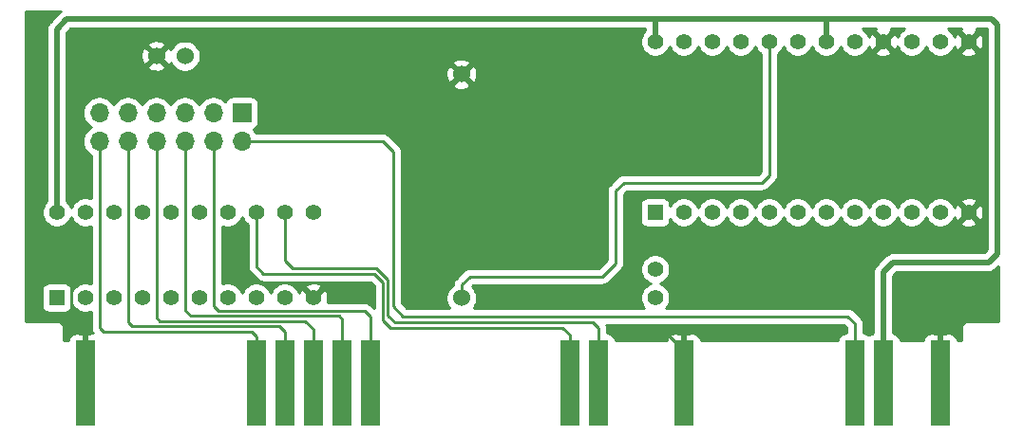
<source format=gbl>
G04 #@! TF.GenerationSoftware,KiCad,Pcbnew,(5.1.4)-1*
G04 #@! TF.CreationDate,2019-12-21T06:29:15+01:00*
G04 #@! TF.ProjectId,RTC8088,52544338-3038-4382-9e6b-696361645f70,rev?*
G04 #@! TF.SameCoordinates,Original*
G04 #@! TF.FileFunction,Copper,L2,Bot*
G04 #@! TF.FilePolarity,Positive*
%FSLAX46Y46*%
G04 Gerber Fmt 4.6, Leading zero omitted, Abs format (unit mm)*
G04 Created by KiCad (PCBNEW (5.1.4)-1) date 2019-12-21 06:29:15*
%MOMM*%
%LPD*%
G04 APERTURE LIST*
%ADD10R,1.397000X1.397000*%
%ADD11C,1.397000*%
%ADD12R,1.778000X7.620000*%
%ADD13C,1.524000*%
%ADD14R,1.700000X1.700000*%
%ADD15O,1.700000X1.700000*%
%ADD16C,0.800000*%
%ADD17C,0.250000*%
%ADD18C,0.500000*%
%ADD19C,0.254000*%
G04 APERTURE END LIST*
D10*
X105410000Y-95250000D03*
D11*
X107950000Y-95250000D03*
X110490000Y-95250000D03*
X113030000Y-95250000D03*
X115570000Y-95250000D03*
X118110000Y-95250000D03*
X120650000Y-95250000D03*
X123190000Y-95250000D03*
X125730000Y-95250000D03*
X128270000Y-95250000D03*
X128270000Y-87630000D03*
X125730000Y-87630000D03*
X123190000Y-87630000D03*
X120650000Y-87630000D03*
X118110000Y-87630000D03*
X115570000Y-87630000D03*
X113030000Y-87630000D03*
X110490000Y-87630000D03*
X107950000Y-87630000D03*
X105410000Y-87630000D03*
D12*
X184150000Y-102870000D03*
X179070000Y-102870000D03*
X176530000Y-102870000D03*
X161290000Y-102870000D03*
X153670000Y-102870000D03*
X151130000Y-102870000D03*
X133350000Y-102870000D03*
X130810000Y-102870000D03*
X128270000Y-102870000D03*
X125730000Y-102870000D03*
X123190000Y-102870000D03*
X107950000Y-102870000D03*
D13*
X141484806Y-75280520D03*
X141484806Y-95280480D03*
X116840000Y-73660000D03*
X114300000Y-73660000D03*
D10*
X158750000Y-87630000D03*
D11*
X161290000Y-87630000D03*
X163830000Y-87630000D03*
X166370000Y-87630000D03*
X168910000Y-87630000D03*
X171450000Y-87630000D03*
X173990000Y-87630000D03*
X176530000Y-87630000D03*
X179070000Y-87630000D03*
X181610000Y-87630000D03*
X184150000Y-87630000D03*
X186690000Y-87630000D03*
X186690000Y-72390000D03*
X184150000Y-72390000D03*
X181610000Y-72390000D03*
X179070000Y-72390000D03*
X176530000Y-72390000D03*
X173990000Y-72390000D03*
X171450000Y-72390000D03*
X168910000Y-72390000D03*
X166370000Y-72390000D03*
X163830000Y-72390000D03*
X161290000Y-72390000D03*
X158750000Y-72390000D03*
X158750000Y-95250000D03*
X158750000Y-92710000D03*
D14*
X121920000Y-78740000D03*
D15*
X121920000Y-81280000D03*
X119380000Y-78740000D03*
X119380000Y-81280000D03*
X116840000Y-78740000D03*
X116840000Y-81280000D03*
X114300000Y-78740000D03*
X114300000Y-81280000D03*
X111760000Y-78740000D03*
X111760000Y-81280000D03*
X109220000Y-78740000D03*
X109220000Y-81280000D03*
D16*
X187452000Y-94869000D03*
X155448000Y-98298000D03*
X106680000Y-92202000D03*
D17*
X106680000Y-96393000D02*
X106680000Y-92202000D01*
X107950000Y-102870000D02*
X107950000Y-97663000D01*
X107950000Y-97663000D02*
X106680000Y-96393000D01*
X161290000Y-99949000D02*
X161290000Y-102870000D01*
X159639000Y-98298000D02*
X161290000Y-99949000D01*
X155448000Y-98298000D02*
X159639000Y-98298000D01*
X184658000Y-94869000D02*
X187452000Y-94869000D01*
X184150000Y-102870000D02*
X184150000Y-95377000D01*
X184150000Y-95377000D02*
X184658000Y-94869000D01*
D18*
X106299000Y-70358000D02*
X158242000Y-70358000D01*
X105410000Y-87630000D02*
X105410000Y-71247000D01*
X105410000Y-71247000D02*
X106299000Y-70358000D01*
X188722000Y-70358000D02*
X188214000Y-70358000D01*
X179070000Y-102870000D02*
X179070000Y-97536000D01*
X189230000Y-90000000D02*
X189230000Y-70866000D01*
X189230000Y-70866000D02*
X188722000Y-70358000D01*
X173990000Y-71402172D02*
X173990000Y-70358000D01*
X173990000Y-72390000D02*
X173990000Y-71402172D01*
X188214000Y-70358000D02*
X173990000Y-70358000D01*
X158750000Y-71402172D02*
X158750000Y-70358000D01*
X158750000Y-72390000D02*
X158750000Y-71402172D01*
X173990000Y-70358000D02*
X158750000Y-70358000D01*
X158750000Y-70358000D02*
X158242000Y-70358000D01*
X189230000Y-90000000D02*
X189230000Y-91313000D01*
X189230000Y-91313000D02*
X188468000Y-92075000D01*
X188468000Y-92075000D02*
X179959000Y-92075000D01*
X179070000Y-92964000D02*
X179070000Y-97536000D01*
X179959000Y-92075000D02*
X179070000Y-92964000D01*
D17*
X168275000Y-84963000D02*
X168910000Y-84328000D01*
X155956000Y-84963000D02*
X168275000Y-84963000D01*
X155201501Y-86606499D02*
X155201501Y-85717499D01*
X141484806Y-94100194D02*
X142240000Y-93345000D01*
X155201501Y-85717499D02*
X155956000Y-84963000D01*
X141484806Y-95280480D02*
X141484806Y-94100194D01*
X168910000Y-84328000D02*
X168910000Y-72390000D01*
X154051000Y-93345000D02*
X155194000Y-92202000D01*
X142240000Y-93345000D02*
X154051000Y-93345000D01*
X155194000Y-92202000D02*
X155194000Y-86614000D01*
X155194000Y-86614000D02*
X155201501Y-86606499D01*
X134493000Y-81280000D02*
X121920000Y-81280000D01*
X176530000Y-97536000D02*
X175895000Y-96901000D01*
X176530000Y-102870000D02*
X176530000Y-97536000D01*
X175895000Y-96901000D02*
X136271000Y-96901000D01*
X136271000Y-96901000D02*
X135393018Y-96023018D01*
X135393018Y-96023018D02*
X135393018Y-82180018D01*
X135393018Y-82180018D02*
X134493000Y-81280000D01*
X126422990Y-92640990D02*
X125730000Y-91948000D01*
X133917400Y-92640990D02*
X126422990Y-92640990D01*
X153670000Y-97917000D02*
X153219991Y-97466991D01*
X125730000Y-91948000D02*
X125730000Y-87630000D01*
X153670000Y-102870000D02*
X153670000Y-97917000D01*
X153219991Y-97466991D02*
X135566991Y-97466991D01*
X135566991Y-97466991D02*
X134943010Y-96843010D01*
X134943010Y-96843010D02*
X134943009Y-93666599D01*
X134943009Y-93666599D02*
X133917400Y-92640990D01*
X123190000Y-92456000D02*
X123190000Y-87630000D01*
X123825000Y-93091000D02*
X123190000Y-92456000D01*
X133731000Y-93091000D02*
X123825000Y-93091000D01*
X151130000Y-98552000D02*
X150495000Y-97917000D01*
X150495000Y-97917000D02*
X135128000Y-97917000D01*
X135128000Y-97917000D02*
X134493000Y-97282000D01*
X134493000Y-97282000D02*
X134493000Y-93853000D01*
X134493000Y-93853000D02*
X133731000Y-93091000D01*
X151130000Y-102870000D02*
X151130000Y-98552000D01*
X119380000Y-81280000D02*
X119380000Y-82296000D01*
X119380000Y-81407000D02*
X119380000Y-82296000D01*
X119380000Y-89662000D02*
X119380000Y-82296000D01*
X119380000Y-96000000D02*
X119380000Y-89662000D01*
X119819973Y-96439973D02*
X119380000Y-96000000D01*
X132888973Y-96439973D02*
X119819973Y-96439973D01*
X133350000Y-96901000D02*
X132888973Y-96439973D01*
X133350000Y-102870000D02*
X133350000Y-96901000D01*
X116840000Y-81280000D02*
X116840000Y-82296000D01*
X116840000Y-81407000D02*
X116840000Y-82296000D01*
X116840000Y-89789000D02*
X116840000Y-82296000D01*
X116840000Y-96393000D02*
X116840000Y-89789000D01*
X117336982Y-96889982D02*
X116840000Y-96393000D01*
X130544982Y-96889982D02*
X117336982Y-96889982D01*
X130810000Y-102870000D02*
X130810000Y-97155000D01*
X130810000Y-97155000D02*
X130544982Y-96889982D01*
X114300000Y-81280000D02*
X114300000Y-82423000D01*
X114300000Y-81407000D02*
X114300000Y-82423000D01*
X114300000Y-90551000D02*
X114300000Y-82423000D01*
X114300000Y-97028000D02*
X114300000Y-90551000D01*
X114611991Y-97339991D02*
X114300000Y-97028000D01*
X127565991Y-97339991D02*
X114611991Y-97339991D01*
X128270000Y-102870000D02*
X128270000Y-98044000D01*
X128270000Y-98044000D02*
X127565991Y-97339991D01*
X111760000Y-91059000D02*
X111760000Y-81280000D01*
X111760000Y-97409000D02*
X111760000Y-91059000D01*
X112141000Y-97790000D02*
X111760000Y-97409000D01*
X125222000Y-97790000D02*
X112141000Y-97790000D01*
X125730000Y-102870000D02*
X125730000Y-98298000D01*
X125730000Y-98298000D02*
X125222000Y-97790000D01*
X109220000Y-81280000D02*
X109220000Y-82423000D01*
X109220000Y-82042000D02*
X109220000Y-82423000D01*
X109220000Y-91440000D02*
X109220000Y-82423000D01*
X109220000Y-97917000D02*
X109220000Y-91440000D01*
X109601000Y-98298000D02*
X109220000Y-97917000D01*
X122809000Y-98298000D02*
X109601000Y-98298000D01*
X123190000Y-102870000D02*
X123190000Y-98679000D01*
X123190000Y-98679000D02*
X122809000Y-98298000D01*
D19*
G36*
X105703953Y-69701468D02*
G01*
X105703951Y-69701470D01*
X105670183Y-69729183D01*
X105642470Y-69762951D01*
X104814951Y-70590471D01*
X104781184Y-70618183D01*
X104753471Y-70651951D01*
X104753468Y-70651954D01*
X104670590Y-70752941D01*
X104588412Y-70906687D01*
X104537805Y-71073510D01*
X104520719Y-71247000D01*
X104525001Y-71290479D01*
X104525000Y-86629146D01*
X104374203Y-86779943D01*
X104228268Y-86998351D01*
X104127746Y-87241032D01*
X104076500Y-87498662D01*
X104076500Y-87761338D01*
X104127746Y-88018968D01*
X104228268Y-88261649D01*
X104374203Y-88480057D01*
X104559943Y-88665797D01*
X104778351Y-88811732D01*
X105021032Y-88912254D01*
X105278662Y-88963500D01*
X105541338Y-88963500D01*
X105798968Y-88912254D01*
X106041649Y-88811732D01*
X106260057Y-88665797D01*
X106445797Y-88480057D01*
X106591732Y-88261649D01*
X106680000Y-88048552D01*
X106768268Y-88261649D01*
X106914203Y-88480057D01*
X107099943Y-88665797D01*
X107318351Y-88811732D01*
X107561032Y-88912254D01*
X107818662Y-88963500D01*
X108081338Y-88963500D01*
X108338968Y-88912254D01*
X108460000Y-88862121D01*
X108460000Y-91477332D01*
X108460001Y-91477342D01*
X108460001Y-94017879D01*
X108338968Y-93967746D01*
X108081338Y-93916500D01*
X107818662Y-93916500D01*
X107561032Y-93967746D01*
X107318351Y-94068268D01*
X107099943Y-94214203D01*
X106914203Y-94399943D01*
X106768268Y-94618351D01*
X106746572Y-94670730D01*
X106746572Y-94551500D01*
X106734312Y-94427018D01*
X106698002Y-94307320D01*
X106639037Y-94197006D01*
X106559685Y-94100315D01*
X106462994Y-94020963D01*
X106352680Y-93961998D01*
X106232982Y-93925688D01*
X106108500Y-93913428D01*
X104711500Y-93913428D01*
X104587018Y-93925688D01*
X104467320Y-93961998D01*
X104357006Y-94020963D01*
X104260315Y-94100315D01*
X104180963Y-94197006D01*
X104121998Y-94307320D01*
X104085688Y-94427018D01*
X104073428Y-94551500D01*
X104073428Y-95948500D01*
X104085688Y-96072982D01*
X104121998Y-96192680D01*
X104180963Y-96302994D01*
X104260315Y-96399685D01*
X104357006Y-96479037D01*
X104467320Y-96538002D01*
X104587018Y-96574312D01*
X104711500Y-96586572D01*
X106108500Y-96586572D01*
X106232982Y-96574312D01*
X106352680Y-96538002D01*
X106462994Y-96479037D01*
X106559685Y-96399685D01*
X106639037Y-96302994D01*
X106698002Y-96192680D01*
X106734312Y-96072982D01*
X106746572Y-95948500D01*
X106746572Y-95829270D01*
X106768268Y-95881649D01*
X106914203Y-96100057D01*
X107099943Y-96285797D01*
X107318351Y-96431732D01*
X107561032Y-96532254D01*
X107818662Y-96583500D01*
X108081338Y-96583500D01*
X108338968Y-96532254D01*
X108460000Y-96482121D01*
X108460000Y-97879677D01*
X108456324Y-97917000D01*
X108460000Y-97954322D01*
X108460000Y-97954332D01*
X108470997Y-98065985D01*
X108503319Y-98172537D01*
X108514454Y-98209246D01*
X108585026Y-98341276D01*
X108622348Y-98386753D01*
X108651997Y-98422880D01*
X108235750Y-98425000D01*
X108077000Y-98583750D01*
X108077000Y-99060000D01*
X107823000Y-99060000D01*
X107823000Y-98583750D01*
X107664250Y-98425000D01*
X107061000Y-98421928D01*
X106936518Y-98434188D01*
X106816820Y-98470498D01*
X106706506Y-98529463D01*
X106609815Y-98608815D01*
X106530463Y-98705506D01*
X106471498Y-98815820D01*
X106435188Y-98935518D01*
X106422928Y-99060000D01*
X106070000Y-99060000D01*
X106070000Y-98032419D01*
X106073193Y-98000000D01*
X106060450Y-97870617D01*
X106022710Y-97746207D01*
X105961425Y-97631550D01*
X105878948Y-97531052D01*
X105778450Y-97448575D01*
X105663793Y-97387290D01*
X105539383Y-97349550D01*
X105442419Y-97340000D01*
X105410000Y-97336807D01*
X105377581Y-97340000D01*
X102660000Y-97340000D01*
X102660000Y-69660000D01*
X105754482Y-69660000D01*
X105703953Y-69701468D01*
X105703953Y-69701468D01*
G37*
X105703953Y-69701468D02*
X105703951Y-69701470D01*
X105670183Y-69729183D01*
X105642470Y-69762951D01*
X104814951Y-70590471D01*
X104781184Y-70618183D01*
X104753471Y-70651951D01*
X104753468Y-70651954D01*
X104670590Y-70752941D01*
X104588412Y-70906687D01*
X104537805Y-71073510D01*
X104520719Y-71247000D01*
X104525001Y-71290479D01*
X104525000Y-86629146D01*
X104374203Y-86779943D01*
X104228268Y-86998351D01*
X104127746Y-87241032D01*
X104076500Y-87498662D01*
X104076500Y-87761338D01*
X104127746Y-88018968D01*
X104228268Y-88261649D01*
X104374203Y-88480057D01*
X104559943Y-88665797D01*
X104778351Y-88811732D01*
X105021032Y-88912254D01*
X105278662Y-88963500D01*
X105541338Y-88963500D01*
X105798968Y-88912254D01*
X106041649Y-88811732D01*
X106260057Y-88665797D01*
X106445797Y-88480057D01*
X106591732Y-88261649D01*
X106680000Y-88048552D01*
X106768268Y-88261649D01*
X106914203Y-88480057D01*
X107099943Y-88665797D01*
X107318351Y-88811732D01*
X107561032Y-88912254D01*
X107818662Y-88963500D01*
X108081338Y-88963500D01*
X108338968Y-88912254D01*
X108460000Y-88862121D01*
X108460000Y-91477332D01*
X108460001Y-91477342D01*
X108460001Y-94017879D01*
X108338968Y-93967746D01*
X108081338Y-93916500D01*
X107818662Y-93916500D01*
X107561032Y-93967746D01*
X107318351Y-94068268D01*
X107099943Y-94214203D01*
X106914203Y-94399943D01*
X106768268Y-94618351D01*
X106746572Y-94670730D01*
X106746572Y-94551500D01*
X106734312Y-94427018D01*
X106698002Y-94307320D01*
X106639037Y-94197006D01*
X106559685Y-94100315D01*
X106462994Y-94020963D01*
X106352680Y-93961998D01*
X106232982Y-93925688D01*
X106108500Y-93913428D01*
X104711500Y-93913428D01*
X104587018Y-93925688D01*
X104467320Y-93961998D01*
X104357006Y-94020963D01*
X104260315Y-94100315D01*
X104180963Y-94197006D01*
X104121998Y-94307320D01*
X104085688Y-94427018D01*
X104073428Y-94551500D01*
X104073428Y-95948500D01*
X104085688Y-96072982D01*
X104121998Y-96192680D01*
X104180963Y-96302994D01*
X104260315Y-96399685D01*
X104357006Y-96479037D01*
X104467320Y-96538002D01*
X104587018Y-96574312D01*
X104711500Y-96586572D01*
X106108500Y-96586572D01*
X106232982Y-96574312D01*
X106352680Y-96538002D01*
X106462994Y-96479037D01*
X106559685Y-96399685D01*
X106639037Y-96302994D01*
X106698002Y-96192680D01*
X106734312Y-96072982D01*
X106746572Y-95948500D01*
X106746572Y-95829270D01*
X106768268Y-95881649D01*
X106914203Y-96100057D01*
X107099943Y-96285797D01*
X107318351Y-96431732D01*
X107561032Y-96532254D01*
X107818662Y-96583500D01*
X108081338Y-96583500D01*
X108338968Y-96532254D01*
X108460000Y-96482121D01*
X108460000Y-97879677D01*
X108456324Y-97917000D01*
X108460000Y-97954322D01*
X108460000Y-97954332D01*
X108470997Y-98065985D01*
X108503319Y-98172537D01*
X108514454Y-98209246D01*
X108585026Y-98341276D01*
X108622348Y-98386753D01*
X108651997Y-98422880D01*
X108235750Y-98425000D01*
X108077000Y-98583750D01*
X108077000Y-99060000D01*
X107823000Y-99060000D01*
X107823000Y-98583750D01*
X107664250Y-98425000D01*
X107061000Y-98421928D01*
X106936518Y-98434188D01*
X106816820Y-98470498D01*
X106706506Y-98529463D01*
X106609815Y-98608815D01*
X106530463Y-98705506D01*
X106471498Y-98815820D01*
X106435188Y-98935518D01*
X106422928Y-99060000D01*
X106070000Y-99060000D01*
X106070000Y-98032419D01*
X106073193Y-98000000D01*
X106060450Y-97870617D01*
X106022710Y-97746207D01*
X105961425Y-97631550D01*
X105878948Y-97531052D01*
X105778450Y-97448575D01*
X105663793Y-97387290D01*
X105539383Y-97349550D01*
X105442419Y-97340000D01*
X105410000Y-97336807D01*
X105377581Y-97340000D01*
X102660000Y-97340000D01*
X102660000Y-69660000D01*
X105754482Y-69660000D01*
X105703953Y-69701468D01*
G36*
X175770001Y-97850803D02*
G01*
X175770001Y-98421928D01*
X175641000Y-98421928D01*
X175516518Y-98434188D01*
X175396820Y-98470498D01*
X175286506Y-98529463D01*
X175189815Y-98608815D01*
X175110463Y-98705506D01*
X175051498Y-98815820D01*
X175015188Y-98935518D01*
X175002928Y-99060000D01*
X162817072Y-99060000D01*
X162804812Y-98935518D01*
X162768502Y-98815820D01*
X162709537Y-98705506D01*
X162630185Y-98608815D01*
X162533494Y-98529463D01*
X162423180Y-98470498D01*
X162303482Y-98434188D01*
X162179000Y-98421928D01*
X161575750Y-98425000D01*
X161417000Y-98583750D01*
X161417000Y-99060000D01*
X161163000Y-99060000D01*
X161163000Y-98583750D01*
X161004250Y-98425000D01*
X160401000Y-98421928D01*
X160276518Y-98434188D01*
X160156820Y-98470498D01*
X160046506Y-98529463D01*
X159949815Y-98608815D01*
X159870463Y-98705506D01*
X159811498Y-98815820D01*
X159775188Y-98935518D01*
X159762928Y-99060000D01*
X155197072Y-99060000D01*
X155184812Y-98935518D01*
X155148502Y-98815820D01*
X155089537Y-98705506D01*
X155010185Y-98608815D01*
X154913494Y-98529463D01*
X154803180Y-98470498D01*
X154683482Y-98434188D01*
X154559000Y-98421928D01*
X154430000Y-98421928D01*
X154430000Y-97954323D01*
X154433676Y-97917000D01*
X154430000Y-97879677D01*
X154430000Y-97879667D01*
X154419003Y-97768014D01*
X154386541Y-97661000D01*
X175580199Y-97661000D01*
X175770001Y-97850803D01*
X175770001Y-97850803D01*
G37*
X175770001Y-97850803D02*
X175770001Y-98421928D01*
X175641000Y-98421928D01*
X175516518Y-98434188D01*
X175396820Y-98470498D01*
X175286506Y-98529463D01*
X175189815Y-98608815D01*
X175110463Y-98705506D01*
X175051498Y-98815820D01*
X175015188Y-98935518D01*
X175002928Y-99060000D01*
X162817072Y-99060000D01*
X162804812Y-98935518D01*
X162768502Y-98815820D01*
X162709537Y-98705506D01*
X162630185Y-98608815D01*
X162533494Y-98529463D01*
X162423180Y-98470498D01*
X162303482Y-98434188D01*
X162179000Y-98421928D01*
X161575750Y-98425000D01*
X161417000Y-98583750D01*
X161417000Y-99060000D01*
X161163000Y-99060000D01*
X161163000Y-98583750D01*
X161004250Y-98425000D01*
X160401000Y-98421928D01*
X160276518Y-98434188D01*
X160156820Y-98470498D01*
X160046506Y-98529463D01*
X159949815Y-98608815D01*
X159870463Y-98705506D01*
X159811498Y-98815820D01*
X159775188Y-98935518D01*
X159762928Y-99060000D01*
X155197072Y-99060000D01*
X155184812Y-98935518D01*
X155148502Y-98815820D01*
X155089537Y-98705506D01*
X155010185Y-98608815D01*
X154913494Y-98529463D01*
X154803180Y-98470498D01*
X154683482Y-98434188D01*
X154559000Y-98421928D01*
X154430000Y-98421928D01*
X154430000Y-97954323D01*
X154433676Y-97917000D01*
X154430000Y-97879677D01*
X154430000Y-97879667D01*
X154419003Y-97768014D01*
X154386541Y-97661000D01*
X175580199Y-97661000D01*
X175770001Y-97850803D01*
G36*
X189340001Y-97340000D02*
G01*
X186722419Y-97340000D01*
X186690000Y-97336807D01*
X186657581Y-97340000D01*
X186560617Y-97349550D01*
X186436207Y-97387290D01*
X186321550Y-97448575D01*
X186221052Y-97531052D01*
X186138575Y-97631550D01*
X186077290Y-97746207D01*
X186039550Y-97870617D01*
X186026807Y-98000000D01*
X186030000Y-98032419D01*
X186030000Y-98203419D01*
X186030001Y-98203429D01*
X186030001Y-99060000D01*
X185677072Y-99060000D01*
X185664812Y-98935518D01*
X185628502Y-98815820D01*
X185569537Y-98705506D01*
X185490185Y-98608815D01*
X185393494Y-98529463D01*
X185283180Y-98470498D01*
X185163482Y-98434188D01*
X185039000Y-98421928D01*
X184435750Y-98425000D01*
X184277000Y-98583750D01*
X184277000Y-99060000D01*
X184023000Y-99060000D01*
X184023000Y-98583750D01*
X183864250Y-98425000D01*
X183261000Y-98421928D01*
X183136518Y-98434188D01*
X183016820Y-98470498D01*
X182906506Y-98529463D01*
X182809815Y-98608815D01*
X182730463Y-98705506D01*
X182671498Y-98815820D01*
X182635188Y-98935518D01*
X182622928Y-99060000D01*
X180597072Y-99060000D01*
X180584812Y-98935518D01*
X180548502Y-98815820D01*
X180489537Y-98705506D01*
X180410185Y-98608815D01*
X180313494Y-98529463D01*
X180203180Y-98470498D01*
X180083482Y-98434188D01*
X179959000Y-98421928D01*
X179955000Y-98421928D01*
X179955000Y-93330578D01*
X180325579Y-92960000D01*
X188424531Y-92960000D01*
X188468000Y-92964281D01*
X188511469Y-92960000D01*
X188511477Y-92960000D01*
X188641490Y-92947195D01*
X188808313Y-92896589D01*
X188962059Y-92814411D01*
X189096817Y-92703817D01*
X189124534Y-92670044D01*
X189340001Y-92454578D01*
X189340001Y-97340000D01*
X189340001Y-97340000D01*
G37*
X189340001Y-97340000D02*
X186722419Y-97340000D01*
X186690000Y-97336807D01*
X186657581Y-97340000D01*
X186560617Y-97349550D01*
X186436207Y-97387290D01*
X186321550Y-97448575D01*
X186221052Y-97531052D01*
X186138575Y-97631550D01*
X186077290Y-97746207D01*
X186039550Y-97870617D01*
X186026807Y-98000000D01*
X186030000Y-98032419D01*
X186030000Y-98203419D01*
X186030001Y-98203429D01*
X186030001Y-99060000D01*
X185677072Y-99060000D01*
X185664812Y-98935518D01*
X185628502Y-98815820D01*
X185569537Y-98705506D01*
X185490185Y-98608815D01*
X185393494Y-98529463D01*
X185283180Y-98470498D01*
X185163482Y-98434188D01*
X185039000Y-98421928D01*
X184435750Y-98425000D01*
X184277000Y-98583750D01*
X184277000Y-99060000D01*
X184023000Y-99060000D01*
X184023000Y-98583750D01*
X183864250Y-98425000D01*
X183261000Y-98421928D01*
X183136518Y-98434188D01*
X183016820Y-98470498D01*
X182906506Y-98529463D01*
X182809815Y-98608815D01*
X182730463Y-98705506D01*
X182671498Y-98815820D01*
X182635188Y-98935518D01*
X182622928Y-99060000D01*
X180597072Y-99060000D01*
X180584812Y-98935518D01*
X180548502Y-98815820D01*
X180489537Y-98705506D01*
X180410185Y-98608815D01*
X180313494Y-98529463D01*
X180203180Y-98470498D01*
X180083482Y-98434188D01*
X179959000Y-98421928D01*
X179955000Y-98421928D01*
X179955000Y-93330578D01*
X180325579Y-92960000D01*
X188424531Y-92960000D01*
X188468000Y-92964281D01*
X188511469Y-92960000D01*
X188511477Y-92960000D01*
X188641490Y-92947195D01*
X188808313Y-92896589D01*
X188962059Y-92814411D01*
X189096817Y-92703817D01*
X189124534Y-92670044D01*
X189340001Y-92454578D01*
X189340001Y-97340000D01*
G36*
X178329408Y-71469803D02*
G01*
X179070000Y-72210395D01*
X179810592Y-71469803D01*
X179753042Y-71243000D01*
X180926371Y-71243000D01*
X180759943Y-71354203D01*
X180574203Y-71539943D01*
X180428268Y-71758351D01*
X180338293Y-71975570D01*
X180277514Y-71809158D01*
X180223812Y-71708686D01*
X179990197Y-71649408D01*
X179249605Y-72390000D01*
X179990197Y-73130592D01*
X180223812Y-73071314D01*
X180334559Y-72833125D01*
X180340342Y-72809378D01*
X180428268Y-73021649D01*
X180574203Y-73240057D01*
X180759943Y-73425797D01*
X180978351Y-73571732D01*
X181221032Y-73672254D01*
X181478662Y-73723500D01*
X181741338Y-73723500D01*
X181998968Y-73672254D01*
X182241649Y-73571732D01*
X182460057Y-73425797D01*
X182645797Y-73240057D01*
X182791732Y-73021649D01*
X182880000Y-72808552D01*
X182968268Y-73021649D01*
X183114203Y-73240057D01*
X183299943Y-73425797D01*
X183518351Y-73571732D01*
X183761032Y-73672254D01*
X184018662Y-73723500D01*
X184281338Y-73723500D01*
X184538968Y-73672254D01*
X184781649Y-73571732D01*
X185000057Y-73425797D01*
X185115657Y-73310197D01*
X185949408Y-73310197D01*
X186008686Y-73543812D01*
X186246875Y-73654559D01*
X186502093Y-73716711D01*
X186764533Y-73727876D01*
X187024107Y-73687629D01*
X187270842Y-73597514D01*
X187371314Y-73543812D01*
X187430592Y-73310197D01*
X186690000Y-72569605D01*
X185949408Y-73310197D01*
X185115657Y-73310197D01*
X185185797Y-73240057D01*
X185331732Y-73021649D01*
X185421707Y-72804430D01*
X185482486Y-72970842D01*
X185536188Y-73071314D01*
X185769803Y-73130592D01*
X186510395Y-72390000D01*
X186869605Y-72390000D01*
X187610197Y-73130592D01*
X187843812Y-73071314D01*
X187954559Y-72833125D01*
X188016711Y-72577907D01*
X188027876Y-72315467D01*
X187987629Y-72055893D01*
X187897514Y-71809158D01*
X187843812Y-71708686D01*
X187610197Y-71649408D01*
X186869605Y-72390000D01*
X186510395Y-72390000D01*
X185769803Y-71649408D01*
X185536188Y-71708686D01*
X185425441Y-71946875D01*
X185419658Y-71970622D01*
X185331732Y-71758351D01*
X185185797Y-71539943D01*
X185000057Y-71354203D01*
X184833629Y-71243000D01*
X186006958Y-71243000D01*
X185949408Y-71469803D01*
X186690000Y-72210395D01*
X187430592Y-71469803D01*
X187373042Y-71243000D01*
X188345001Y-71243000D01*
X188345000Y-89956523D01*
X188345000Y-89956524D01*
X188345001Y-90946421D01*
X188101422Y-91190000D01*
X180002469Y-91190000D01*
X179959000Y-91185719D01*
X179915531Y-91190000D01*
X179915523Y-91190000D01*
X179785510Y-91202805D01*
X179618687Y-91253411D01*
X179507203Y-91313000D01*
X179464941Y-91335589D01*
X179363953Y-91418468D01*
X179363951Y-91418470D01*
X179330183Y-91446183D01*
X179302470Y-91479951D01*
X178474956Y-92307466D01*
X178441183Y-92335183D01*
X178330589Y-92469942D01*
X178248411Y-92623688D01*
X178221317Y-92713003D01*
X178197968Y-92789975D01*
X178197805Y-92790511D01*
X178185000Y-92920524D01*
X178185000Y-92920531D01*
X178180719Y-92964000D01*
X178185000Y-93007469D01*
X178185001Y-97492523D01*
X178185001Y-98421928D01*
X178181000Y-98421928D01*
X178056518Y-98434188D01*
X177936820Y-98470498D01*
X177826506Y-98529463D01*
X177800000Y-98551216D01*
X177773494Y-98529463D01*
X177663180Y-98470498D01*
X177543482Y-98434188D01*
X177419000Y-98421928D01*
X177290000Y-98421928D01*
X177290000Y-97573333D01*
X177293677Y-97536000D01*
X177289046Y-97488976D01*
X177279003Y-97387014D01*
X177235546Y-97243753D01*
X177164974Y-97111724D01*
X177070001Y-96995999D01*
X177041002Y-96972200D01*
X176458803Y-96390002D01*
X176435001Y-96360999D01*
X176319276Y-96266026D01*
X176187247Y-96195454D01*
X176043986Y-96151997D01*
X175932333Y-96141000D01*
X175932322Y-96141000D01*
X175895000Y-96137324D01*
X175857678Y-96141000D01*
X159744854Y-96141000D01*
X159785797Y-96100057D01*
X159931732Y-95881649D01*
X160032254Y-95638968D01*
X160083500Y-95381338D01*
X160083500Y-95118662D01*
X160032254Y-94861032D01*
X159931732Y-94618351D01*
X159785797Y-94399943D01*
X159600057Y-94214203D01*
X159381649Y-94068268D01*
X159168552Y-93980000D01*
X159381649Y-93891732D01*
X159600057Y-93745797D01*
X159785797Y-93560057D01*
X159931732Y-93341649D01*
X160032254Y-93098968D01*
X160083500Y-92841338D01*
X160083500Y-92578662D01*
X160032254Y-92321032D01*
X159931732Y-92078351D01*
X159785797Y-91859943D01*
X159600057Y-91674203D01*
X159381649Y-91528268D01*
X159138968Y-91427746D01*
X158881338Y-91376500D01*
X158618662Y-91376500D01*
X158361032Y-91427746D01*
X158118351Y-91528268D01*
X157899943Y-91674203D01*
X157714203Y-91859943D01*
X157568268Y-92078351D01*
X157467746Y-92321032D01*
X157416500Y-92578662D01*
X157416500Y-92841338D01*
X157467746Y-93098968D01*
X157568268Y-93341649D01*
X157714203Y-93560057D01*
X157899943Y-93745797D01*
X158118351Y-93891732D01*
X158331448Y-93980000D01*
X158118351Y-94068268D01*
X157899943Y-94214203D01*
X157714203Y-94399943D01*
X157568268Y-94618351D01*
X157467746Y-94861032D01*
X157416500Y-95118662D01*
X157416500Y-95381338D01*
X157467746Y-95638968D01*
X157568268Y-95881649D01*
X157714203Y-96100057D01*
X157755146Y-96141000D01*
X142589981Y-96141000D01*
X142722811Y-95942207D01*
X142828120Y-95687970D01*
X142881806Y-95418072D01*
X142881806Y-95142888D01*
X142828120Y-94872990D01*
X142722811Y-94618753D01*
X142569926Y-94389945D01*
X142419891Y-94239910D01*
X142554802Y-94105000D01*
X154013678Y-94105000D01*
X154051000Y-94108676D01*
X154088322Y-94105000D01*
X154088333Y-94105000D01*
X154199986Y-94094003D01*
X154343247Y-94050546D01*
X154475276Y-93979974D01*
X154591001Y-93885001D01*
X154614804Y-93855998D01*
X155705004Y-92765798D01*
X155734001Y-92742001D01*
X155793052Y-92670047D01*
X155828974Y-92626277D01*
X155899546Y-92494247D01*
X155911148Y-92456000D01*
X155943003Y-92350986D01*
X155954000Y-92239333D01*
X155954000Y-92239324D01*
X155957676Y-92202001D01*
X155954000Y-92164678D01*
X155954000Y-86931500D01*
X157413428Y-86931500D01*
X157413428Y-88328500D01*
X157425688Y-88452982D01*
X157461998Y-88572680D01*
X157520963Y-88682994D01*
X157600315Y-88779685D01*
X157697006Y-88859037D01*
X157807320Y-88918002D01*
X157927018Y-88954312D01*
X158051500Y-88966572D01*
X159448500Y-88966572D01*
X159572982Y-88954312D01*
X159692680Y-88918002D01*
X159802994Y-88859037D01*
X159899685Y-88779685D01*
X159979037Y-88682994D01*
X160038002Y-88572680D01*
X160074312Y-88452982D01*
X160086572Y-88328500D01*
X160086572Y-88209270D01*
X160108268Y-88261649D01*
X160254203Y-88480057D01*
X160439943Y-88665797D01*
X160658351Y-88811732D01*
X160901032Y-88912254D01*
X161158662Y-88963500D01*
X161421338Y-88963500D01*
X161678968Y-88912254D01*
X161921649Y-88811732D01*
X162140057Y-88665797D01*
X162325797Y-88480057D01*
X162471732Y-88261649D01*
X162560000Y-88048552D01*
X162648268Y-88261649D01*
X162794203Y-88480057D01*
X162979943Y-88665797D01*
X163198351Y-88811732D01*
X163441032Y-88912254D01*
X163698662Y-88963500D01*
X163961338Y-88963500D01*
X164218968Y-88912254D01*
X164461649Y-88811732D01*
X164680057Y-88665797D01*
X164865797Y-88480057D01*
X165011732Y-88261649D01*
X165100000Y-88048552D01*
X165188268Y-88261649D01*
X165334203Y-88480057D01*
X165519943Y-88665797D01*
X165738351Y-88811732D01*
X165981032Y-88912254D01*
X166238662Y-88963500D01*
X166501338Y-88963500D01*
X166758968Y-88912254D01*
X167001649Y-88811732D01*
X167220057Y-88665797D01*
X167405797Y-88480057D01*
X167551732Y-88261649D01*
X167640000Y-88048552D01*
X167728268Y-88261649D01*
X167874203Y-88480057D01*
X168059943Y-88665797D01*
X168278351Y-88811732D01*
X168521032Y-88912254D01*
X168778662Y-88963500D01*
X169041338Y-88963500D01*
X169298968Y-88912254D01*
X169541649Y-88811732D01*
X169760057Y-88665797D01*
X169945797Y-88480057D01*
X170091732Y-88261649D01*
X170180000Y-88048552D01*
X170268268Y-88261649D01*
X170414203Y-88480057D01*
X170599943Y-88665797D01*
X170818351Y-88811732D01*
X171061032Y-88912254D01*
X171318662Y-88963500D01*
X171581338Y-88963500D01*
X171838968Y-88912254D01*
X172081649Y-88811732D01*
X172300057Y-88665797D01*
X172485797Y-88480057D01*
X172631732Y-88261649D01*
X172720000Y-88048552D01*
X172808268Y-88261649D01*
X172954203Y-88480057D01*
X173139943Y-88665797D01*
X173358351Y-88811732D01*
X173601032Y-88912254D01*
X173858662Y-88963500D01*
X174121338Y-88963500D01*
X174378968Y-88912254D01*
X174621649Y-88811732D01*
X174840057Y-88665797D01*
X175025797Y-88480057D01*
X175171732Y-88261649D01*
X175260000Y-88048552D01*
X175348268Y-88261649D01*
X175494203Y-88480057D01*
X175679943Y-88665797D01*
X175898351Y-88811732D01*
X176141032Y-88912254D01*
X176398662Y-88963500D01*
X176661338Y-88963500D01*
X176918968Y-88912254D01*
X177161649Y-88811732D01*
X177380057Y-88665797D01*
X177565797Y-88480057D01*
X177711732Y-88261649D01*
X177800000Y-88048552D01*
X177888268Y-88261649D01*
X178034203Y-88480057D01*
X178219943Y-88665797D01*
X178438351Y-88811732D01*
X178681032Y-88912254D01*
X178938662Y-88963500D01*
X179201338Y-88963500D01*
X179458968Y-88912254D01*
X179701649Y-88811732D01*
X179920057Y-88665797D01*
X180105797Y-88480057D01*
X180251732Y-88261649D01*
X180340000Y-88048552D01*
X180428268Y-88261649D01*
X180574203Y-88480057D01*
X180759943Y-88665797D01*
X180978351Y-88811732D01*
X181221032Y-88912254D01*
X181478662Y-88963500D01*
X181741338Y-88963500D01*
X181998968Y-88912254D01*
X182241649Y-88811732D01*
X182460057Y-88665797D01*
X182645797Y-88480057D01*
X182791732Y-88261649D01*
X182880000Y-88048552D01*
X182968268Y-88261649D01*
X183114203Y-88480057D01*
X183299943Y-88665797D01*
X183518351Y-88811732D01*
X183761032Y-88912254D01*
X184018662Y-88963500D01*
X184281338Y-88963500D01*
X184538968Y-88912254D01*
X184781649Y-88811732D01*
X185000057Y-88665797D01*
X185115657Y-88550197D01*
X185949408Y-88550197D01*
X186008686Y-88783812D01*
X186246875Y-88894559D01*
X186502093Y-88956711D01*
X186764533Y-88967876D01*
X187024107Y-88927629D01*
X187270842Y-88837514D01*
X187371314Y-88783812D01*
X187430592Y-88550197D01*
X186690000Y-87809605D01*
X185949408Y-88550197D01*
X185115657Y-88550197D01*
X185185797Y-88480057D01*
X185331732Y-88261649D01*
X185421707Y-88044430D01*
X185482486Y-88210842D01*
X185536188Y-88311314D01*
X185769803Y-88370592D01*
X186510395Y-87630000D01*
X186869605Y-87630000D01*
X187610197Y-88370592D01*
X187843812Y-88311314D01*
X187954559Y-88073125D01*
X188016711Y-87817907D01*
X188027876Y-87555467D01*
X187987629Y-87295893D01*
X187897514Y-87049158D01*
X187843812Y-86948686D01*
X187610197Y-86889408D01*
X186869605Y-87630000D01*
X186510395Y-87630000D01*
X185769803Y-86889408D01*
X185536188Y-86948686D01*
X185425441Y-87186875D01*
X185419658Y-87210622D01*
X185331732Y-86998351D01*
X185185797Y-86779943D01*
X185115657Y-86709803D01*
X185949408Y-86709803D01*
X186690000Y-87450395D01*
X187430592Y-86709803D01*
X187371314Y-86476188D01*
X187133125Y-86365441D01*
X186877907Y-86303289D01*
X186615467Y-86292124D01*
X186355893Y-86332371D01*
X186109158Y-86422486D01*
X186008686Y-86476188D01*
X185949408Y-86709803D01*
X185115657Y-86709803D01*
X185000057Y-86594203D01*
X184781649Y-86448268D01*
X184538968Y-86347746D01*
X184281338Y-86296500D01*
X184018662Y-86296500D01*
X183761032Y-86347746D01*
X183518351Y-86448268D01*
X183299943Y-86594203D01*
X183114203Y-86779943D01*
X182968268Y-86998351D01*
X182880000Y-87211448D01*
X182791732Y-86998351D01*
X182645797Y-86779943D01*
X182460057Y-86594203D01*
X182241649Y-86448268D01*
X181998968Y-86347746D01*
X181741338Y-86296500D01*
X181478662Y-86296500D01*
X181221032Y-86347746D01*
X180978351Y-86448268D01*
X180759943Y-86594203D01*
X180574203Y-86779943D01*
X180428268Y-86998351D01*
X180340000Y-87211448D01*
X180251732Y-86998351D01*
X180105797Y-86779943D01*
X179920057Y-86594203D01*
X179701649Y-86448268D01*
X179458968Y-86347746D01*
X179201338Y-86296500D01*
X178938662Y-86296500D01*
X178681032Y-86347746D01*
X178438351Y-86448268D01*
X178219943Y-86594203D01*
X178034203Y-86779943D01*
X177888268Y-86998351D01*
X177800000Y-87211448D01*
X177711732Y-86998351D01*
X177565797Y-86779943D01*
X177380057Y-86594203D01*
X177161649Y-86448268D01*
X176918968Y-86347746D01*
X176661338Y-86296500D01*
X176398662Y-86296500D01*
X176141032Y-86347746D01*
X175898351Y-86448268D01*
X175679943Y-86594203D01*
X175494203Y-86779943D01*
X175348268Y-86998351D01*
X175260000Y-87211448D01*
X175171732Y-86998351D01*
X175025797Y-86779943D01*
X174840057Y-86594203D01*
X174621649Y-86448268D01*
X174378968Y-86347746D01*
X174121338Y-86296500D01*
X173858662Y-86296500D01*
X173601032Y-86347746D01*
X173358351Y-86448268D01*
X173139943Y-86594203D01*
X172954203Y-86779943D01*
X172808268Y-86998351D01*
X172720000Y-87211448D01*
X172631732Y-86998351D01*
X172485797Y-86779943D01*
X172300057Y-86594203D01*
X172081649Y-86448268D01*
X171838968Y-86347746D01*
X171581338Y-86296500D01*
X171318662Y-86296500D01*
X171061032Y-86347746D01*
X170818351Y-86448268D01*
X170599943Y-86594203D01*
X170414203Y-86779943D01*
X170268268Y-86998351D01*
X170180000Y-87211448D01*
X170091732Y-86998351D01*
X169945797Y-86779943D01*
X169760057Y-86594203D01*
X169541649Y-86448268D01*
X169298968Y-86347746D01*
X169041338Y-86296500D01*
X168778662Y-86296500D01*
X168521032Y-86347746D01*
X168278351Y-86448268D01*
X168059943Y-86594203D01*
X167874203Y-86779943D01*
X167728268Y-86998351D01*
X167640000Y-87211448D01*
X167551732Y-86998351D01*
X167405797Y-86779943D01*
X167220057Y-86594203D01*
X167001649Y-86448268D01*
X166758968Y-86347746D01*
X166501338Y-86296500D01*
X166238662Y-86296500D01*
X165981032Y-86347746D01*
X165738351Y-86448268D01*
X165519943Y-86594203D01*
X165334203Y-86779943D01*
X165188268Y-86998351D01*
X165100000Y-87211448D01*
X165011732Y-86998351D01*
X164865797Y-86779943D01*
X164680057Y-86594203D01*
X164461649Y-86448268D01*
X164218968Y-86347746D01*
X163961338Y-86296500D01*
X163698662Y-86296500D01*
X163441032Y-86347746D01*
X163198351Y-86448268D01*
X162979943Y-86594203D01*
X162794203Y-86779943D01*
X162648268Y-86998351D01*
X162560000Y-87211448D01*
X162471732Y-86998351D01*
X162325797Y-86779943D01*
X162140057Y-86594203D01*
X161921649Y-86448268D01*
X161678968Y-86347746D01*
X161421338Y-86296500D01*
X161158662Y-86296500D01*
X160901032Y-86347746D01*
X160658351Y-86448268D01*
X160439943Y-86594203D01*
X160254203Y-86779943D01*
X160108268Y-86998351D01*
X160086572Y-87050730D01*
X160086572Y-86931500D01*
X160074312Y-86807018D01*
X160038002Y-86687320D01*
X159979037Y-86577006D01*
X159899685Y-86480315D01*
X159802994Y-86400963D01*
X159692680Y-86341998D01*
X159572982Y-86305688D01*
X159448500Y-86293428D01*
X158051500Y-86293428D01*
X157927018Y-86305688D01*
X157807320Y-86341998D01*
X157697006Y-86400963D01*
X157600315Y-86480315D01*
X157520963Y-86577006D01*
X157461998Y-86687320D01*
X157425688Y-86807018D01*
X157413428Y-86931500D01*
X155954000Y-86931500D01*
X155954000Y-86719990D01*
X155961501Y-86643832D01*
X155961501Y-86643822D01*
X155965177Y-86606500D01*
X155961501Y-86569177D01*
X155961501Y-86032300D01*
X156270802Y-85723000D01*
X168237678Y-85723000D01*
X168275000Y-85726676D01*
X168312322Y-85723000D01*
X168312333Y-85723000D01*
X168423986Y-85712003D01*
X168567247Y-85668546D01*
X168699276Y-85597974D01*
X168815001Y-85503001D01*
X168838803Y-85473998D01*
X169421004Y-84891798D01*
X169450001Y-84868001D01*
X169544974Y-84752276D01*
X169615546Y-84620247D01*
X169659003Y-84476986D01*
X169670000Y-84365333D01*
X169670000Y-84365332D01*
X169673677Y-84328000D01*
X169670000Y-84290667D01*
X169670000Y-73485971D01*
X169760057Y-73425797D01*
X169945797Y-73240057D01*
X170091732Y-73021649D01*
X170180000Y-72808552D01*
X170268268Y-73021649D01*
X170414203Y-73240057D01*
X170599943Y-73425797D01*
X170818351Y-73571732D01*
X171061032Y-73672254D01*
X171318662Y-73723500D01*
X171581338Y-73723500D01*
X171838968Y-73672254D01*
X172081649Y-73571732D01*
X172300057Y-73425797D01*
X172485797Y-73240057D01*
X172631732Y-73021649D01*
X172720000Y-72808552D01*
X172808268Y-73021649D01*
X172954203Y-73240057D01*
X173139943Y-73425797D01*
X173358351Y-73571732D01*
X173601032Y-73672254D01*
X173858662Y-73723500D01*
X174121338Y-73723500D01*
X174378968Y-73672254D01*
X174621649Y-73571732D01*
X174840057Y-73425797D01*
X175025797Y-73240057D01*
X175171732Y-73021649D01*
X175260000Y-72808552D01*
X175348268Y-73021649D01*
X175494203Y-73240057D01*
X175679943Y-73425797D01*
X175898351Y-73571732D01*
X176141032Y-73672254D01*
X176398662Y-73723500D01*
X176661338Y-73723500D01*
X176918968Y-73672254D01*
X177161649Y-73571732D01*
X177380057Y-73425797D01*
X177495657Y-73310197D01*
X178329408Y-73310197D01*
X178388686Y-73543812D01*
X178626875Y-73654559D01*
X178882093Y-73716711D01*
X179144533Y-73727876D01*
X179404107Y-73687629D01*
X179650842Y-73597514D01*
X179751314Y-73543812D01*
X179810592Y-73310197D01*
X179070000Y-72569605D01*
X178329408Y-73310197D01*
X177495657Y-73310197D01*
X177565797Y-73240057D01*
X177711732Y-73021649D01*
X177801707Y-72804430D01*
X177862486Y-72970842D01*
X177916188Y-73071314D01*
X178149803Y-73130592D01*
X178890395Y-72390000D01*
X178149803Y-71649408D01*
X177916188Y-71708686D01*
X177805441Y-71946875D01*
X177799658Y-71970622D01*
X177711732Y-71758351D01*
X177565797Y-71539943D01*
X177380057Y-71354203D01*
X177213629Y-71243000D01*
X178386958Y-71243000D01*
X178329408Y-71469803D01*
X178329408Y-71469803D01*
G37*
X178329408Y-71469803D02*
X179070000Y-72210395D01*
X179810592Y-71469803D01*
X179753042Y-71243000D01*
X180926371Y-71243000D01*
X180759943Y-71354203D01*
X180574203Y-71539943D01*
X180428268Y-71758351D01*
X180338293Y-71975570D01*
X180277514Y-71809158D01*
X180223812Y-71708686D01*
X179990197Y-71649408D01*
X179249605Y-72390000D01*
X179990197Y-73130592D01*
X180223812Y-73071314D01*
X180334559Y-72833125D01*
X180340342Y-72809378D01*
X180428268Y-73021649D01*
X180574203Y-73240057D01*
X180759943Y-73425797D01*
X180978351Y-73571732D01*
X181221032Y-73672254D01*
X181478662Y-73723500D01*
X181741338Y-73723500D01*
X181998968Y-73672254D01*
X182241649Y-73571732D01*
X182460057Y-73425797D01*
X182645797Y-73240057D01*
X182791732Y-73021649D01*
X182880000Y-72808552D01*
X182968268Y-73021649D01*
X183114203Y-73240057D01*
X183299943Y-73425797D01*
X183518351Y-73571732D01*
X183761032Y-73672254D01*
X184018662Y-73723500D01*
X184281338Y-73723500D01*
X184538968Y-73672254D01*
X184781649Y-73571732D01*
X185000057Y-73425797D01*
X185115657Y-73310197D01*
X185949408Y-73310197D01*
X186008686Y-73543812D01*
X186246875Y-73654559D01*
X186502093Y-73716711D01*
X186764533Y-73727876D01*
X187024107Y-73687629D01*
X187270842Y-73597514D01*
X187371314Y-73543812D01*
X187430592Y-73310197D01*
X186690000Y-72569605D01*
X185949408Y-73310197D01*
X185115657Y-73310197D01*
X185185797Y-73240057D01*
X185331732Y-73021649D01*
X185421707Y-72804430D01*
X185482486Y-72970842D01*
X185536188Y-73071314D01*
X185769803Y-73130592D01*
X186510395Y-72390000D01*
X186869605Y-72390000D01*
X187610197Y-73130592D01*
X187843812Y-73071314D01*
X187954559Y-72833125D01*
X188016711Y-72577907D01*
X188027876Y-72315467D01*
X187987629Y-72055893D01*
X187897514Y-71809158D01*
X187843812Y-71708686D01*
X187610197Y-71649408D01*
X186869605Y-72390000D01*
X186510395Y-72390000D01*
X185769803Y-71649408D01*
X185536188Y-71708686D01*
X185425441Y-71946875D01*
X185419658Y-71970622D01*
X185331732Y-71758351D01*
X185185797Y-71539943D01*
X185000057Y-71354203D01*
X184833629Y-71243000D01*
X186006958Y-71243000D01*
X185949408Y-71469803D01*
X186690000Y-72210395D01*
X187430592Y-71469803D01*
X187373042Y-71243000D01*
X188345001Y-71243000D01*
X188345000Y-89956523D01*
X188345000Y-89956524D01*
X188345001Y-90946421D01*
X188101422Y-91190000D01*
X180002469Y-91190000D01*
X179959000Y-91185719D01*
X179915531Y-91190000D01*
X179915523Y-91190000D01*
X179785510Y-91202805D01*
X179618687Y-91253411D01*
X179507203Y-91313000D01*
X179464941Y-91335589D01*
X179363953Y-91418468D01*
X179363951Y-91418470D01*
X179330183Y-91446183D01*
X179302470Y-91479951D01*
X178474956Y-92307466D01*
X178441183Y-92335183D01*
X178330589Y-92469942D01*
X178248411Y-92623688D01*
X178221317Y-92713003D01*
X178197968Y-92789975D01*
X178197805Y-92790511D01*
X178185000Y-92920524D01*
X178185000Y-92920531D01*
X178180719Y-92964000D01*
X178185000Y-93007469D01*
X178185001Y-97492523D01*
X178185001Y-98421928D01*
X178181000Y-98421928D01*
X178056518Y-98434188D01*
X177936820Y-98470498D01*
X177826506Y-98529463D01*
X177800000Y-98551216D01*
X177773494Y-98529463D01*
X177663180Y-98470498D01*
X177543482Y-98434188D01*
X177419000Y-98421928D01*
X177290000Y-98421928D01*
X177290000Y-97573333D01*
X177293677Y-97536000D01*
X177289046Y-97488976D01*
X177279003Y-97387014D01*
X177235546Y-97243753D01*
X177164974Y-97111724D01*
X177070001Y-96995999D01*
X177041002Y-96972200D01*
X176458803Y-96390002D01*
X176435001Y-96360999D01*
X176319276Y-96266026D01*
X176187247Y-96195454D01*
X176043986Y-96151997D01*
X175932333Y-96141000D01*
X175932322Y-96141000D01*
X175895000Y-96137324D01*
X175857678Y-96141000D01*
X159744854Y-96141000D01*
X159785797Y-96100057D01*
X159931732Y-95881649D01*
X160032254Y-95638968D01*
X160083500Y-95381338D01*
X160083500Y-95118662D01*
X160032254Y-94861032D01*
X159931732Y-94618351D01*
X159785797Y-94399943D01*
X159600057Y-94214203D01*
X159381649Y-94068268D01*
X159168552Y-93980000D01*
X159381649Y-93891732D01*
X159600057Y-93745797D01*
X159785797Y-93560057D01*
X159931732Y-93341649D01*
X160032254Y-93098968D01*
X160083500Y-92841338D01*
X160083500Y-92578662D01*
X160032254Y-92321032D01*
X159931732Y-92078351D01*
X159785797Y-91859943D01*
X159600057Y-91674203D01*
X159381649Y-91528268D01*
X159138968Y-91427746D01*
X158881338Y-91376500D01*
X158618662Y-91376500D01*
X158361032Y-91427746D01*
X158118351Y-91528268D01*
X157899943Y-91674203D01*
X157714203Y-91859943D01*
X157568268Y-92078351D01*
X157467746Y-92321032D01*
X157416500Y-92578662D01*
X157416500Y-92841338D01*
X157467746Y-93098968D01*
X157568268Y-93341649D01*
X157714203Y-93560057D01*
X157899943Y-93745797D01*
X158118351Y-93891732D01*
X158331448Y-93980000D01*
X158118351Y-94068268D01*
X157899943Y-94214203D01*
X157714203Y-94399943D01*
X157568268Y-94618351D01*
X157467746Y-94861032D01*
X157416500Y-95118662D01*
X157416500Y-95381338D01*
X157467746Y-95638968D01*
X157568268Y-95881649D01*
X157714203Y-96100057D01*
X157755146Y-96141000D01*
X142589981Y-96141000D01*
X142722811Y-95942207D01*
X142828120Y-95687970D01*
X142881806Y-95418072D01*
X142881806Y-95142888D01*
X142828120Y-94872990D01*
X142722811Y-94618753D01*
X142569926Y-94389945D01*
X142419891Y-94239910D01*
X142554802Y-94105000D01*
X154013678Y-94105000D01*
X154051000Y-94108676D01*
X154088322Y-94105000D01*
X154088333Y-94105000D01*
X154199986Y-94094003D01*
X154343247Y-94050546D01*
X154475276Y-93979974D01*
X154591001Y-93885001D01*
X154614804Y-93855998D01*
X155705004Y-92765798D01*
X155734001Y-92742001D01*
X155793052Y-92670047D01*
X155828974Y-92626277D01*
X155899546Y-92494247D01*
X155911148Y-92456000D01*
X155943003Y-92350986D01*
X155954000Y-92239333D01*
X155954000Y-92239324D01*
X155957676Y-92202001D01*
X155954000Y-92164678D01*
X155954000Y-86931500D01*
X157413428Y-86931500D01*
X157413428Y-88328500D01*
X157425688Y-88452982D01*
X157461998Y-88572680D01*
X157520963Y-88682994D01*
X157600315Y-88779685D01*
X157697006Y-88859037D01*
X157807320Y-88918002D01*
X157927018Y-88954312D01*
X158051500Y-88966572D01*
X159448500Y-88966572D01*
X159572982Y-88954312D01*
X159692680Y-88918002D01*
X159802994Y-88859037D01*
X159899685Y-88779685D01*
X159979037Y-88682994D01*
X160038002Y-88572680D01*
X160074312Y-88452982D01*
X160086572Y-88328500D01*
X160086572Y-88209270D01*
X160108268Y-88261649D01*
X160254203Y-88480057D01*
X160439943Y-88665797D01*
X160658351Y-88811732D01*
X160901032Y-88912254D01*
X161158662Y-88963500D01*
X161421338Y-88963500D01*
X161678968Y-88912254D01*
X161921649Y-88811732D01*
X162140057Y-88665797D01*
X162325797Y-88480057D01*
X162471732Y-88261649D01*
X162560000Y-88048552D01*
X162648268Y-88261649D01*
X162794203Y-88480057D01*
X162979943Y-88665797D01*
X163198351Y-88811732D01*
X163441032Y-88912254D01*
X163698662Y-88963500D01*
X163961338Y-88963500D01*
X164218968Y-88912254D01*
X164461649Y-88811732D01*
X164680057Y-88665797D01*
X164865797Y-88480057D01*
X165011732Y-88261649D01*
X165100000Y-88048552D01*
X165188268Y-88261649D01*
X165334203Y-88480057D01*
X165519943Y-88665797D01*
X165738351Y-88811732D01*
X165981032Y-88912254D01*
X166238662Y-88963500D01*
X166501338Y-88963500D01*
X166758968Y-88912254D01*
X167001649Y-88811732D01*
X167220057Y-88665797D01*
X167405797Y-88480057D01*
X167551732Y-88261649D01*
X167640000Y-88048552D01*
X167728268Y-88261649D01*
X167874203Y-88480057D01*
X168059943Y-88665797D01*
X168278351Y-88811732D01*
X168521032Y-88912254D01*
X168778662Y-88963500D01*
X169041338Y-88963500D01*
X169298968Y-88912254D01*
X169541649Y-88811732D01*
X169760057Y-88665797D01*
X169945797Y-88480057D01*
X170091732Y-88261649D01*
X170180000Y-88048552D01*
X170268268Y-88261649D01*
X170414203Y-88480057D01*
X170599943Y-88665797D01*
X170818351Y-88811732D01*
X171061032Y-88912254D01*
X171318662Y-88963500D01*
X171581338Y-88963500D01*
X171838968Y-88912254D01*
X172081649Y-88811732D01*
X172300057Y-88665797D01*
X172485797Y-88480057D01*
X172631732Y-88261649D01*
X172720000Y-88048552D01*
X172808268Y-88261649D01*
X172954203Y-88480057D01*
X173139943Y-88665797D01*
X173358351Y-88811732D01*
X173601032Y-88912254D01*
X173858662Y-88963500D01*
X174121338Y-88963500D01*
X174378968Y-88912254D01*
X174621649Y-88811732D01*
X174840057Y-88665797D01*
X175025797Y-88480057D01*
X175171732Y-88261649D01*
X175260000Y-88048552D01*
X175348268Y-88261649D01*
X175494203Y-88480057D01*
X175679943Y-88665797D01*
X175898351Y-88811732D01*
X176141032Y-88912254D01*
X176398662Y-88963500D01*
X176661338Y-88963500D01*
X176918968Y-88912254D01*
X177161649Y-88811732D01*
X177380057Y-88665797D01*
X177565797Y-88480057D01*
X177711732Y-88261649D01*
X177800000Y-88048552D01*
X177888268Y-88261649D01*
X178034203Y-88480057D01*
X178219943Y-88665797D01*
X178438351Y-88811732D01*
X178681032Y-88912254D01*
X178938662Y-88963500D01*
X179201338Y-88963500D01*
X179458968Y-88912254D01*
X179701649Y-88811732D01*
X179920057Y-88665797D01*
X180105797Y-88480057D01*
X180251732Y-88261649D01*
X180340000Y-88048552D01*
X180428268Y-88261649D01*
X180574203Y-88480057D01*
X180759943Y-88665797D01*
X180978351Y-88811732D01*
X181221032Y-88912254D01*
X181478662Y-88963500D01*
X181741338Y-88963500D01*
X181998968Y-88912254D01*
X182241649Y-88811732D01*
X182460057Y-88665797D01*
X182645797Y-88480057D01*
X182791732Y-88261649D01*
X182880000Y-88048552D01*
X182968268Y-88261649D01*
X183114203Y-88480057D01*
X183299943Y-88665797D01*
X183518351Y-88811732D01*
X183761032Y-88912254D01*
X184018662Y-88963500D01*
X184281338Y-88963500D01*
X184538968Y-88912254D01*
X184781649Y-88811732D01*
X185000057Y-88665797D01*
X185115657Y-88550197D01*
X185949408Y-88550197D01*
X186008686Y-88783812D01*
X186246875Y-88894559D01*
X186502093Y-88956711D01*
X186764533Y-88967876D01*
X187024107Y-88927629D01*
X187270842Y-88837514D01*
X187371314Y-88783812D01*
X187430592Y-88550197D01*
X186690000Y-87809605D01*
X185949408Y-88550197D01*
X185115657Y-88550197D01*
X185185797Y-88480057D01*
X185331732Y-88261649D01*
X185421707Y-88044430D01*
X185482486Y-88210842D01*
X185536188Y-88311314D01*
X185769803Y-88370592D01*
X186510395Y-87630000D01*
X186869605Y-87630000D01*
X187610197Y-88370592D01*
X187843812Y-88311314D01*
X187954559Y-88073125D01*
X188016711Y-87817907D01*
X188027876Y-87555467D01*
X187987629Y-87295893D01*
X187897514Y-87049158D01*
X187843812Y-86948686D01*
X187610197Y-86889408D01*
X186869605Y-87630000D01*
X186510395Y-87630000D01*
X185769803Y-86889408D01*
X185536188Y-86948686D01*
X185425441Y-87186875D01*
X185419658Y-87210622D01*
X185331732Y-86998351D01*
X185185797Y-86779943D01*
X185115657Y-86709803D01*
X185949408Y-86709803D01*
X186690000Y-87450395D01*
X187430592Y-86709803D01*
X187371314Y-86476188D01*
X187133125Y-86365441D01*
X186877907Y-86303289D01*
X186615467Y-86292124D01*
X186355893Y-86332371D01*
X186109158Y-86422486D01*
X186008686Y-86476188D01*
X185949408Y-86709803D01*
X185115657Y-86709803D01*
X185000057Y-86594203D01*
X184781649Y-86448268D01*
X184538968Y-86347746D01*
X184281338Y-86296500D01*
X184018662Y-86296500D01*
X183761032Y-86347746D01*
X183518351Y-86448268D01*
X183299943Y-86594203D01*
X183114203Y-86779943D01*
X182968268Y-86998351D01*
X182880000Y-87211448D01*
X182791732Y-86998351D01*
X182645797Y-86779943D01*
X182460057Y-86594203D01*
X182241649Y-86448268D01*
X181998968Y-86347746D01*
X181741338Y-86296500D01*
X181478662Y-86296500D01*
X181221032Y-86347746D01*
X180978351Y-86448268D01*
X180759943Y-86594203D01*
X180574203Y-86779943D01*
X180428268Y-86998351D01*
X180340000Y-87211448D01*
X180251732Y-86998351D01*
X180105797Y-86779943D01*
X179920057Y-86594203D01*
X179701649Y-86448268D01*
X179458968Y-86347746D01*
X179201338Y-86296500D01*
X178938662Y-86296500D01*
X178681032Y-86347746D01*
X178438351Y-86448268D01*
X178219943Y-86594203D01*
X178034203Y-86779943D01*
X177888268Y-86998351D01*
X177800000Y-87211448D01*
X177711732Y-86998351D01*
X177565797Y-86779943D01*
X177380057Y-86594203D01*
X177161649Y-86448268D01*
X176918968Y-86347746D01*
X176661338Y-86296500D01*
X176398662Y-86296500D01*
X176141032Y-86347746D01*
X175898351Y-86448268D01*
X175679943Y-86594203D01*
X175494203Y-86779943D01*
X175348268Y-86998351D01*
X175260000Y-87211448D01*
X175171732Y-86998351D01*
X175025797Y-86779943D01*
X174840057Y-86594203D01*
X174621649Y-86448268D01*
X174378968Y-86347746D01*
X174121338Y-86296500D01*
X173858662Y-86296500D01*
X173601032Y-86347746D01*
X173358351Y-86448268D01*
X173139943Y-86594203D01*
X172954203Y-86779943D01*
X172808268Y-86998351D01*
X172720000Y-87211448D01*
X172631732Y-86998351D01*
X172485797Y-86779943D01*
X172300057Y-86594203D01*
X172081649Y-86448268D01*
X171838968Y-86347746D01*
X171581338Y-86296500D01*
X171318662Y-86296500D01*
X171061032Y-86347746D01*
X170818351Y-86448268D01*
X170599943Y-86594203D01*
X170414203Y-86779943D01*
X170268268Y-86998351D01*
X170180000Y-87211448D01*
X170091732Y-86998351D01*
X169945797Y-86779943D01*
X169760057Y-86594203D01*
X169541649Y-86448268D01*
X169298968Y-86347746D01*
X169041338Y-86296500D01*
X168778662Y-86296500D01*
X168521032Y-86347746D01*
X168278351Y-86448268D01*
X168059943Y-86594203D01*
X167874203Y-86779943D01*
X167728268Y-86998351D01*
X167640000Y-87211448D01*
X167551732Y-86998351D01*
X167405797Y-86779943D01*
X167220057Y-86594203D01*
X167001649Y-86448268D01*
X166758968Y-86347746D01*
X166501338Y-86296500D01*
X166238662Y-86296500D01*
X165981032Y-86347746D01*
X165738351Y-86448268D01*
X165519943Y-86594203D01*
X165334203Y-86779943D01*
X165188268Y-86998351D01*
X165100000Y-87211448D01*
X165011732Y-86998351D01*
X164865797Y-86779943D01*
X164680057Y-86594203D01*
X164461649Y-86448268D01*
X164218968Y-86347746D01*
X163961338Y-86296500D01*
X163698662Y-86296500D01*
X163441032Y-86347746D01*
X163198351Y-86448268D01*
X162979943Y-86594203D01*
X162794203Y-86779943D01*
X162648268Y-86998351D01*
X162560000Y-87211448D01*
X162471732Y-86998351D01*
X162325797Y-86779943D01*
X162140057Y-86594203D01*
X161921649Y-86448268D01*
X161678968Y-86347746D01*
X161421338Y-86296500D01*
X161158662Y-86296500D01*
X160901032Y-86347746D01*
X160658351Y-86448268D01*
X160439943Y-86594203D01*
X160254203Y-86779943D01*
X160108268Y-86998351D01*
X160086572Y-87050730D01*
X160086572Y-86931500D01*
X160074312Y-86807018D01*
X160038002Y-86687320D01*
X159979037Y-86577006D01*
X159899685Y-86480315D01*
X159802994Y-86400963D01*
X159692680Y-86341998D01*
X159572982Y-86305688D01*
X159448500Y-86293428D01*
X158051500Y-86293428D01*
X157927018Y-86305688D01*
X157807320Y-86341998D01*
X157697006Y-86400963D01*
X157600315Y-86480315D01*
X157520963Y-86577006D01*
X157461998Y-86687320D01*
X157425688Y-86807018D01*
X157413428Y-86931500D01*
X155954000Y-86931500D01*
X155954000Y-86719990D01*
X155961501Y-86643832D01*
X155961501Y-86643822D01*
X155965177Y-86606500D01*
X155961501Y-86569177D01*
X155961501Y-86032300D01*
X156270802Y-85723000D01*
X168237678Y-85723000D01*
X168275000Y-85726676D01*
X168312322Y-85723000D01*
X168312333Y-85723000D01*
X168423986Y-85712003D01*
X168567247Y-85668546D01*
X168699276Y-85597974D01*
X168815001Y-85503001D01*
X168838803Y-85473998D01*
X169421004Y-84891798D01*
X169450001Y-84868001D01*
X169544974Y-84752276D01*
X169615546Y-84620247D01*
X169659003Y-84476986D01*
X169670000Y-84365333D01*
X169670000Y-84365332D01*
X169673677Y-84328000D01*
X169670000Y-84290667D01*
X169670000Y-73485971D01*
X169760057Y-73425797D01*
X169945797Y-73240057D01*
X170091732Y-73021649D01*
X170180000Y-72808552D01*
X170268268Y-73021649D01*
X170414203Y-73240057D01*
X170599943Y-73425797D01*
X170818351Y-73571732D01*
X171061032Y-73672254D01*
X171318662Y-73723500D01*
X171581338Y-73723500D01*
X171838968Y-73672254D01*
X172081649Y-73571732D01*
X172300057Y-73425797D01*
X172485797Y-73240057D01*
X172631732Y-73021649D01*
X172720000Y-72808552D01*
X172808268Y-73021649D01*
X172954203Y-73240057D01*
X173139943Y-73425797D01*
X173358351Y-73571732D01*
X173601032Y-73672254D01*
X173858662Y-73723500D01*
X174121338Y-73723500D01*
X174378968Y-73672254D01*
X174621649Y-73571732D01*
X174840057Y-73425797D01*
X175025797Y-73240057D01*
X175171732Y-73021649D01*
X175260000Y-72808552D01*
X175348268Y-73021649D01*
X175494203Y-73240057D01*
X175679943Y-73425797D01*
X175898351Y-73571732D01*
X176141032Y-73672254D01*
X176398662Y-73723500D01*
X176661338Y-73723500D01*
X176918968Y-73672254D01*
X177161649Y-73571732D01*
X177380057Y-73425797D01*
X177495657Y-73310197D01*
X178329408Y-73310197D01*
X178388686Y-73543812D01*
X178626875Y-73654559D01*
X178882093Y-73716711D01*
X179144533Y-73727876D01*
X179404107Y-73687629D01*
X179650842Y-73597514D01*
X179751314Y-73543812D01*
X179810592Y-73310197D01*
X179070000Y-72569605D01*
X178329408Y-73310197D01*
X177495657Y-73310197D01*
X177565797Y-73240057D01*
X177711732Y-73021649D01*
X177801707Y-72804430D01*
X177862486Y-72970842D01*
X177916188Y-73071314D01*
X178149803Y-73130592D01*
X178890395Y-72390000D01*
X178149803Y-71649408D01*
X177916188Y-71708686D01*
X177805441Y-71946875D01*
X177799658Y-71970622D01*
X177711732Y-71758351D01*
X177565797Y-71539943D01*
X177380057Y-71354203D01*
X177213629Y-71243000D01*
X178386958Y-71243000D01*
X178329408Y-71469803D01*
G36*
X122008268Y-88261649D02*
G01*
X122154203Y-88480057D01*
X122339943Y-88665797D01*
X122430001Y-88725971D01*
X122430000Y-92418677D01*
X122426324Y-92456000D01*
X122430000Y-92493322D01*
X122430000Y-92493332D01*
X122440997Y-92604985D01*
X122479384Y-92731532D01*
X122484454Y-92748246D01*
X122555026Y-92880276D01*
X122585654Y-92917596D01*
X122649999Y-92996001D01*
X122679002Y-93019803D01*
X123261200Y-93602002D01*
X123284999Y-93631001D01*
X123313997Y-93654799D01*
X123400724Y-93725974D01*
X123532753Y-93796546D01*
X123676014Y-93840003D01*
X123825000Y-93854677D01*
X123862333Y-93851000D01*
X133416199Y-93851000D01*
X133733001Y-94167803D01*
X133733000Y-96209199D01*
X133452777Y-95928976D01*
X133428974Y-95899972D01*
X133313249Y-95804999D01*
X133181220Y-95734427D01*
X133037959Y-95690970D01*
X132926306Y-95679973D01*
X132926295Y-95679973D01*
X132888973Y-95676297D01*
X132851651Y-95679973D01*
X129537762Y-95679973D01*
X129596711Y-95437907D01*
X129607876Y-95175467D01*
X129567629Y-94915893D01*
X129477514Y-94669158D01*
X129423812Y-94568686D01*
X129190197Y-94509408D01*
X128449605Y-95250000D01*
X128463748Y-95264143D01*
X128284143Y-95443748D01*
X128270000Y-95429605D01*
X128255858Y-95443748D01*
X128076253Y-95264143D01*
X128090395Y-95250000D01*
X127349803Y-94509408D01*
X127116188Y-94568686D01*
X127005441Y-94806875D01*
X126999658Y-94830622D01*
X126911732Y-94618351D01*
X126765797Y-94399943D01*
X126695657Y-94329803D01*
X127529408Y-94329803D01*
X128270000Y-95070395D01*
X129010592Y-94329803D01*
X128951314Y-94096188D01*
X128713125Y-93985441D01*
X128457907Y-93923289D01*
X128195467Y-93912124D01*
X127935893Y-93952371D01*
X127689158Y-94042486D01*
X127588686Y-94096188D01*
X127529408Y-94329803D01*
X126695657Y-94329803D01*
X126580057Y-94214203D01*
X126361649Y-94068268D01*
X126118968Y-93967746D01*
X125861338Y-93916500D01*
X125598662Y-93916500D01*
X125341032Y-93967746D01*
X125098351Y-94068268D01*
X124879943Y-94214203D01*
X124694203Y-94399943D01*
X124548268Y-94618351D01*
X124460000Y-94831448D01*
X124371732Y-94618351D01*
X124225797Y-94399943D01*
X124040057Y-94214203D01*
X123821649Y-94068268D01*
X123578968Y-93967746D01*
X123321338Y-93916500D01*
X123058662Y-93916500D01*
X122801032Y-93967746D01*
X122558351Y-94068268D01*
X122339943Y-94214203D01*
X122154203Y-94399943D01*
X122008268Y-94618351D01*
X121920000Y-94831448D01*
X121831732Y-94618351D01*
X121685797Y-94399943D01*
X121500057Y-94214203D01*
X121281649Y-94068268D01*
X121038968Y-93967746D01*
X120781338Y-93916500D01*
X120518662Y-93916500D01*
X120261032Y-93967746D01*
X120140000Y-94017879D01*
X120140000Y-88862121D01*
X120261032Y-88912254D01*
X120518662Y-88963500D01*
X120781338Y-88963500D01*
X121038968Y-88912254D01*
X121281649Y-88811732D01*
X121500057Y-88665797D01*
X121685797Y-88480057D01*
X121831732Y-88261649D01*
X121920000Y-88048552D01*
X122008268Y-88261649D01*
X122008268Y-88261649D01*
G37*
X122008268Y-88261649D02*
X122154203Y-88480057D01*
X122339943Y-88665797D01*
X122430001Y-88725971D01*
X122430000Y-92418677D01*
X122426324Y-92456000D01*
X122430000Y-92493322D01*
X122430000Y-92493332D01*
X122440997Y-92604985D01*
X122479384Y-92731532D01*
X122484454Y-92748246D01*
X122555026Y-92880276D01*
X122585654Y-92917596D01*
X122649999Y-92996001D01*
X122679002Y-93019803D01*
X123261200Y-93602002D01*
X123284999Y-93631001D01*
X123313997Y-93654799D01*
X123400724Y-93725974D01*
X123532753Y-93796546D01*
X123676014Y-93840003D01*
X123825000Y-93854677D01*
X123862333Y-93851000D01*
X133416199Y-93851000D01*
X133733001Y-94167803D01*
X133733000Y-96209199D01*
X133452777Y-95928976D01*
X133428974Y-95899972D01*
X133313249Y-95804999D01*
X133181220Y-95734427D01*
X133037959Y-95690970D01*
X132926306Y-95679973D01*
X132926295Y-95679973D01*
X132888973Y-95676297D01*
X132851651Y-95679973D01*
X129537762Y-95679973D01*
X129596711Y-95437907D01*
X129607876Y-95175467D01*
X129567629Y-94915893D01*
X129477514Y-94669158D01*
X129423812Y-94568686D01*
X129190197Y-94509408D01*
X128449605Y-95250000D01*
X128463748Y-95264143D01*
X128284143Y-95443748D01*
X128270000Y-95429605D01*
X128255858Y-95443748D01*
X128076253Y-95264143D01*
X128090395Y-95250000D01*
X127349803Y-94509408D01*
X127116188Y-94568686D01*
X127005441Y-94806875D01*
X126999658Y-94830622D01*
X126911732Y-94618351D01*
X126765797Y-94399943D01*
X126695657Y-94329803D01*
X127529408Y-94329803D01*
X128270000Y-95070395D01*
X129010592Y-94329803D01*
X128951314Y-94096188D01*
X128713125Y-93985441D01*
X128457907Y-93923289D01*
X128195467Y-93912124D01*
X127935893Y-93952371D01*
X127689158Y-94042486D01*
X127588686Y-94096188D01*
X127529408Y-94329803D01*
X126695657Y-94329803D01*
X126580057Y-94214203D01*
X126361649Y-94068268D01*
X126118968Y-93967746D01*
X125861338Y-93916500D01*
X125598662Y-93916500D01*
X125341032Y-93967746D01*
X125098351Y-94068268D01*
X124879943Y-94214203D01*
X124694203Y-94399943D01*
X124548268Y-94618351D01*
X124460000Y-94831448D01*
X124371732Y-94618351D01*
X124225797Y-94399943D01*
X124040057Y-94214203D01*
X123821649Y-94068268D01*
X123578968Y-93967746D01*
X123321338Y-93916500D01*
X123058662Y-93916500D01*
X122801032Y-93967746D01*
X122558351Y-94068268D01*
X122339943Y-94214203D01*
X122154203Y-94399943D01*
X122008268Y-94618351D01*
X121920000Y-94831448D01*
X121831732Y-94618351D01*
X121685797Y-94399943D01*
X121500057Y-94214203D01*
X121281649Y-94068268D01*
X121038968Y-93967746D01*
X120781338Y-93916500D01*
X120518662Y-93916500D01*
X120261032Y-93967746D01*
X120140000Y-94017879D01*
X120140000Y-88862121D01*
X120261032Y-88912254D01*
X120518662Y-88963500D01*
X120781338Y-88963500D01*
X121038968Y-88912254D01*
X121281649Y-88811732D01*
X121500057Y-88665797D01*
X121685797Y-88480057D01*
X121831732Y-88261649D01*
X121920000Y-88048552D01*
X122008268Y-88261649D01*
G36*
X157865000Y-71389146D02*
G01*
X157714203Y-71539943D01*
X157568268Y-71758351D01*
X157467746Y-72001032D01*
X157416500Y-72258662D01*
X157416500Y-72521338D01*
X157467746Y-72778968D01*
X157568268Y-73021649D01*
X157714203Y-73240057D01*
X157899943Y-73425797D01*
X158118351Y-73571732D01*
X158361032Y-73672254D01*
X158618662Y-73723500D01*
X158881338Y-73723500D01*
X159138968Y-73672254D01*
X159381649Y-73571732D01*
X159600057Y-73425797D01*
X159785797Y-73240057D01*
X159931732Y-73021649D01*
X160020000Y-72808552D01*
X160108268Y-73021649D01*
X160254203Y-73240057D01*
X160439943Y-73425797D01*
X160658351Y-73571732D01*
X160901032Y-73672254D01*
X161158662Y-73723500D01*
X161421338Y-73723500D01*
X161678968Y-73672254D01*
X161921649Y-73571732D01*
X162140057Y-73425797D01*
X162325797Y-73240057D01*
X162471732Y-73021649D01*
X162560000Y-72808552D01*
X162648268Y-73021649D01*
X162794203Y-73240057D01*
X162979943Y-73425797D01*
X163198351Y-73571732D01*
X163441032Y-73672254D01*
X163698662Y-73723500D01*
X163961338Y-73723500D01*
X164218968Y-73672254D01*
X164461649Y-73571732D01*
X164680057Y-73425797D01*
X164865797Y-73240057D01*
X165011732Y-73021649D01*
X165100000Y-72808552D01*
X165188268Y-73021649D01*
X165334203Y-73240057D01*
X165519943Y-73425797D01*
X165738351Y-73571732D01*
X165981032Y-73672254D01*
X166238662Y-73723500D01*
X166501338Y-73723500D01*
X166758968Y-73672254D01*
X167001649Y-73571732D01*
X167220057Y-73425797D01*
X167405797Y-73240057D01*
X167551732Y-73021649D01*
X167640000Y-72808552D01*
X167728268Y-73021649D01*
X167874203Y-73240057D01*
X168059943Y-73425797D01*
X168150001Y-73485972D01*
X168150000Y-84013198D01*
X167960199Y-84203000D01*
X155993325Y-84203000D01*
X155956000Y-84199324D01*
X155918675Y-84203000D01*
X155918667Y-84203000D01*
X155807014Y-84213997D01*
X155663753Y-84257454D01*
X155531724Y-84328026D01*
X155415999Y-84422999D01*
X155392201Y-84451998D01*
X154690499Y-85153700D01*
X154661501Y-85177498D01*
X154637703Y-85206496D01*
X154637702Y-85206497D01*
X154566527Y-85293223D01*
X154495955Y-85425253D01*
X154465681Y-85525057D01*
X154452499Y-85568513D01*
X154441501Y-85680166D01*
X154441501Y-85680177D01*
X154437825Y-85717499D01*
X154441501Y-85754821D01*
X154441501Y-86500520D01*
X154430324Y-86614000D01*
X154434001Y-86651332D01*
X154434000Y-91887198D01*
X153736199Y-92585000D01*
X142277333Y-92585000D01*
X142240000Y-92581323D01*
X142202667Y-92585000D01*
X142091014Y-92595997D01*
X141947753Y-92639454D01*
X141815724Y-92710026D01*
X141699999Y-92804999D01*
X141676201Y-92833998D01*
X140973804Y-93536395D01*
X140944806Y-93560193D01*
X140921008Y-93589191D01*
X140921007Y-93589192D01*
X140849832Y-93675918D01*
X140779260Y-93807948D01*
X140748986Y-93907752D01*
X140735804Y-93951208D01*
X140735052Y-93958845D01*
X140721130Y-94100194D01*
X140722091Y-94109953D01*
X140594271Y-94195360D01*
X140399686Y-94389945D01*
X140246801Y-94618753D01*
X140141492Y-94872990D01*
X140087806Y-95142888D01*
X140087806Y-95418072D01*
X140141492Y-95687970D01*
X140246801Y-95942207D01*
X140379631Y-96141000D01*
X136585802Y-96141000D01*
X136153018Y-95708217D01*
X136153018Y-82217343D01*
X136156694Y-82180018D01*
X136153018Y-82142693D01*
X136153018Y-82142685D01*
X136142021Y-82031032D01*
X136098564Y-81887771D01*
X136027992Y-81755742D01*
X135933019Y-81640017D01*
X135904021Y-81616219D01*
X135056803Y-80769002D01*
X135033001Y-80739999D01*
X134917276Y-80645026D01*
X134785247Y-80574454D01*
X134641986Y-80530997D01*
X134530333Y-80520000D01*
X134530322Y-80520000D01*
X134493000Y-80516324D01*
X134455678Y-80520000D01*
X123197595Y-80520000D01*
X123160706Y-80450986D01*
X122975134Y-80224866D01*
X122945313Y-80200393D01*
X123014180Y-80179502D01*
X123124494Y-80120537D01*
X123221185Y-80041185D01*
X123300537Y-79944494D01*
X123359502Y-79834180D01*
X123395812Y-79714482D01*
X123408072Y-79590000D01*
X123408072Y-77890000D01*
X123395812Y-77765518D01*
X123359502Y-77645820D01*
X123300537Y-77535506D01*
X123221185Y-77438815D01*
X123124494Y-77359463D01*
X123014180Y-77300498D01*
X122894482Y-77264188D01*
X122770000Y-77251928D01*
X121070000Y-77251928D01*
X120945518Y-77264188D01*
X120825820Y-77300498D01*
X120715506Y-77359463D01*
X120618815Y-77438815D01*
X120539463Y-77535506D01*
X120480498Y-77645820D01*
X120459607Y-77714687D01*
X120435134Y-77684866D01*
X120209014Y-77499294D01*
X119951034Y-77361401D01*
X119671111Y-77276487D01*
X119452950Y-77255000D01*
X119307050Y-77255000D01*
X119088889Y-77276487D01*
X118808966Y-77361401D01*
X118550986Y-77499294D01*
X118324866Y-77684866D01*
X118139294Y-77910986D01*
X118110000Y-77965791D01*
X118080706Y-77910986D01*
X117895134Y-77684866D01*
X117669014Y-77499294D01*
X117411034Y-77361401D01*
X117131111Y-77276487D01*
X116912950Y-77255000D01*
X116767050Y-77255000D01*
X116548889Y-77276487D01*
X116268966Y-77361401D01*
X116010986Y-77499294D01*
X115784866Y-77684866D01*
X115599294Y-77910986D01*
X115570000Y-77965791D01*
X115540706Y-77910986D01*
X115355134Y-77684866D01*
X115129014Y-77499294D01*
X114871034Y-77361401D01*
X114591111Y-77276487D01*
X114372950Y-77255000D01*
X114227050Y-77255000D01*
X114008889Y-77276487D01*
X113728966Y-77361401D01*
X113470986Y-77499294D01*
X113244866Y-77684866D01*
X113059294Y-77910986D01*
X113030000Y-77965791D01*
X113000706Y-77910986D01*
X112815134Y-77684866D01*
X112589014Y-77499294D01*
X112331034Y-77361401D01*
X112051111Y-77276487D01*
X111832950Y-77255000D01*
X111687050Y-77255000D01*
X111468889Y-77276487D01*
X111188966Y-77361401D01*
X110930986Y-77499294D01*
X110704866Y-77684866D01*
X110519294Y-77910986D01*
X110490000Y-77965791D01*
X110460706Y-77910986D01*
X110275134Y-77684866D01*
X110049014Y-77499294D01*
X109791034Y-77361401D01*
X109511111Y-77276487D01*
X109292950Y-77255000D01*
X109147050Y-77255000D01*
X108928889Y-77276487D01*
X108648966Y-77361401D01*
X108390986Y-77499294D01*
X108164866Y-77684866D01*
X107979294Y-77910986D01*
X107841401Y-78168966D01*
X107756487Y-78448889D01*
X107727815Y-78740000D01*
X107756487Y-79031111D01*
X107841401Y-79311034D01*
X107979294Y-79569014D01*
X108164866Y-79795134D01*
X108390986Y-79980706D01*
X108445791Y-80010000D01*
X108390986Y-80039294D01*
X108164866Y-80224866D01*
X107979294Y-80450986D01*
X107841401Y-80708966D01*
X107756487Y-80988889D01*
X107727815Y-81280000D01*
X107756487Y-81571111D01*
X107841401Y-81851034D01*
X107979294Y-82109014D01*
X108164866Y-82335134D01*
X108390986Y-82520706D01*
X108460001Y-82557595D01*
X108460001Y-86397879D01*
X108338968Y-86347746D01*
X108081338Y-86296500D01*
X107818662Y-86296500D01*
X107561032Y-86347746D01*
X107318351Y-86448268D01*
X107099943Y-86594203D01*
X106914203Y-86779943D01*
X106768268Y-86998351D01*
X106680000Y-87211448D01*
X106591732Y-86998351D01*
X106445797Y-86779943D01*
X106295000Y-86629146D01*
X106295000Y-76246085D01*
X140698846Y-76246085D01*
X140765826Y-76486176D01*
X141014854Y-76603276D01*
X141281941Y-76669543D01*
X141556823Y-76682430D01*
X141828939Y-76641442D01*
X142087829Y-76548156D01*
X142203786Y-76486176D01*
X142270766Y-76246085D01*
X141484806Y-75460125D01*
X140698846Y-76246085D01*
X106295000Y-76246085D01*
X106295000Y-75352537D01*
X140082896Y-75352537D01*
X140123884Y-75624653D01*
X140217170Y-75883543D01*
X140279150Y-75999500D01*
X140519241Y-76066480D01*
X141305201Y-75280520D01*
X141664411Y-75280520D01*
X142450371Y-76066480D01*
X142690462Y-75999500D01*
X142807562Y-75750472D01*
X142873829Y-75483385D01*
X142886716Y-75208503D01*
X142845728Y-74936387D01*
X142752442Y-74677497D01*
X142690462Y-74561540D01*
X142450371Y-74494560D01*
X141664411Y-75280520D01*
X141305201Y-75280520D01*
X140519241Y-74494560D01*
X140279150Y-74561540D01*
X140162050Y-74810568D01*
X140095783Y-75077655D01*
X140082896Y-75352537D01*
X106295000Y-75352537D01*
X106295000Y-74625565D01*
X113514040Y-74625565D01*
X113581020Y-74865656D01*
X113830048Y-74982756D01*
X114097135Y-75049023D01*
X114372017Y-75061910D01*
X114644133Y-75020922D01*
X114903023Y-74927636D01*
X115018980Y-74865656D01*
X115085960Y-74625565D01*
X114300000Y-73839605D01*
X113514040Y-74625565D01*
X106295000Y-74625565D01*
X106295000Y-73732017D01*
X112898090Y-73732017D01*
X112939078Y-74004133D01*
X113032364Y-74263023D01*
X113094344Y-74378980D01*
X113334435Y-74445960D01*
X114120395Y-73660000D01*
X114479605Y-73660000D01*
X115265565Y-74445960D01*
X115505656Y-74378980D01*
X115569485Y-74243240D01*
X115601995Y-74321727D01*
X115754880Y-74550535D01*
X115949465Y-74745120D01*
X116178273Y-74898005D01*
X116432510Y-75003314D01*
X116702408Y-75057000D01*
X116977592Y-75057000D01*
X117247490Y-75003314D01*
X117501727Y-74898005D01*
X117730535Y-74745120D01*
X117925120Y-74550535D01*
X118078005Y-74321727D01*
X118080810Y-74314955D01*
X140698846Y-74314955D01*
X141484806Y-75100915D01*
X142270766Y-74314955D01*
X142203786Y-74074864D01*
X141954758Y-73957764D01*
X141687671Y-73891497D01*
X141412789Y-73878610D01*
X141140673Y-73919598D01*
X140881783Y-74012884D01*
X140765826Y-74074864D01*
X140698846Y-74314955D01*
X118080810Y-74314955D01*
X118183314Y-74067490D01*
X118237000Y-73797592D01*
X118237000Y-73522408D01*
X118183314Y-73252510D01*
X118078005Y-72998273D01*
X117925120Y-72769465D01*
X117730535Y-72574880D01*
X117501727Y-72421995D01*
X117247490Y-72316686D01*
X116977592Y-72263000D01*
X116702408Y-72263000D01*
X116432510Y-72316686D01*
X116178273Y-72421995D01*
X115949465Y-72574880D01*
X115754880Y-72769465D01*
X115601995Y-72998273D01*
X115572308Y-73069943D01*
X115567636Y-73056977D01*
X115505656Y-72941020D01*
X115265565Y-72874040D01*
X114479605Y-73660000D01*
X114120395Y-73660000D01*
X113334435Y-72874040D01*
X113094344Y-72941020D01*
X112977244Y-73190048D01*
X112910977Y-73457135D01*
X112898090Y-73732017D01*
X106295000Y-73732017D01*
X106295000Y-72694435D01*
X113514040Y-72694435D01*
X114300000Y-73480395D01*
X115085960Y-72694435D01*
X115018980Y-72454344D01*
X114769952Y-72337244D01*
X114502865Y-72270977D01*
X114227983Y-72258090D01*
X113955867Y-72299078D01*
X113696977Y-72392364D01*
X113581020Y-72454344D01*
X113514040Y-72694435D01*
X106295000Y-72694435D01*
X106295000Y-71613578D01*
X106665579Y-71243000D01*
X157865000Y-71243000D01*
X157865000Y-71389146D01*
X157865000Y-71389146D01*
G37*
X157865000Y-71389146D02*
X157714203Y-71539943D01*
X157568268Y-71758351D01*
X157467746Y-72001032D01*
X157416500Y-72258662D01*
X157416500Y-72521338D01*
X157467746Y-72778968D01*
X157568268Y-73021649D01*
X157714203Y-73240057D01*
X157899943Y-73425797D01*
X158118351Y-73571732D01*
X158361032Y-73672254D01*
X158618662Y-73723500D01*
X158881338Y-73723500D01*
X159138968Y-73672254D01*
X159381649Y-73571732D01*
X159600057Y-73425797D01*
X159785797Y-73240057D01*
X159931732Y-73021649D01*
X160020000Y-72808552D01*
X160108268Y-73021649D01*
X160254203Y-73240057D01*
X160439943Y-73425797D01*
X160658351Y-73571732D01*
X160901032Y-73672254D01*
X161158662Y-73723500D01*
X161421338Y-73723500D01*
X161678968Y-73672254D01*
X161921649Y-73571732D01*
X162140057Y-73425797D01*
X162325797Y-73240057D01*
X162471732Y-73021649D01*
X162560000Y-72808552D01*
X162648268Y-73021649D01*
X162794203Y-73240057D01*
X162979943Y-73425797D01*
X163198351Y-73571732D01*
X163441032Y-73672254D01*
X163698662Y-73723500D01*
X163961338Y-73723500D01*
X164218968Y-73672254D01*
X164461649Y-73571732D01*
X164680057Y-73425797D01*
X164865797Y-73240057D01*
X165011732Y-73021649D01*
X165100000Y-72808552D01*
X165188268Y-73021649D01*
X165334203Y-73240057D01*
X165519943Y-73425797D01*
X165738351Y-73571732D01*
X165981032Y-73672254D01*
X166238662Y-73723500D01*
X166501338Y-73723500D01*
X166758968Y-73672254D01*
X167001649Y-73571732D01*
X167220057Y-73425797D01*
X167405797Y-73240057D01*
X167551732Y-73021649D01*
X167640000Y-72808552D01*
X167728268Y-73021649D01*
X167874203Y-73240057D01*
X168059943Y-73425797D01*
X168150001Y-73485972D01*
X168150000Y-84013198D01*
X167960199Y-84203000D01*
X155993325Y-84203000D01*
X155956000Y-84199324D01*
X155918675Y-84203000D01*
X155918667Y-84203000D01*
X155807014Y-84213997D01*
X155663753Y-84257454D01*
X155531724Y-84328026D01*
X155415999Y-84422999D01*
X155392201Y-84451998D01*
X154690499Y-85153700D01*
X154661501Y-85177498D01*
X154637703Y-85206496D01*
X154637702Y-85206497D01*
X154566527Y-85293223D01*
X154495955Y-85425253D01*
X154465681Y-85525057D01*
X154452499Y-85568513D01*
X154441501Y-85680166D01*
X154441501Y-85680177D01*
X154437825Y-85717499D01*
X154441501Y-85754821D01*
X154441501Y-86500520D01*
X154430324Y-86614000D01*
X154434001Y-86651332D01*
X154434000Y-91887198D01*
X153736199Y-92585000D01*
X142277333Y-92585000D01*
X142240000Y-92581323D01*
X142202667Y-92585000D01*
X142091014Y-92595997D01*
X141947753Y-92639454D01*
X141815724Y-92710026D01*
X141699999Y-92804999D01*
X141676201Y-92833998D01*
X140973804Y-93536395D01*
X140944806Y-93560193D01*
X140921008Y-93589191D01*
X140921007Y-93589192D01*
X140849832Y-93675918D01*
X140779260Y-93807948D01*
X140748986Y-93907752D01*
X140735804Y-93951208D01*
X140735052Y-93958845D01*
X140721130Y-94100194D01*
X140722091Y-94109953D01*
X140594271Y-94195360D01*
X140399686Y-94389945D01*
X140246801Y-94618753D01*
X140141492Y-94872990D01*
X140087806Y-95142888D01*
X140087806Y-95418072D01*
X140141492Y-95687970D01*
X140246801Y-95942207D01*
X140379631Y-96141000D01*
X136585802Y-96141000D01*
X136153018Y-95708217D01*
X136153018Y-82217343D01*
X136156694Y-82180018D01*
X136153018Y-82142693D01*
X136153018Y-82142685D01*
X136142021Y-82031032D01*
X136098564Y-81887771D01*
X136027992Y-81755742D01*
X135933019Y-81640017D01*
X135904021Y-81616219D01*
X135056803Y-80769002D01*
X135033001Y-80739999D01*
X134917276Y-80645026D01*
X134785247Y-80574454D01*
X134641986Y-80530997D01*
X134530333Y-80520000D01*
X134530322Y-80520000D01*
X134493000Y-80516324D01*
X134455678Y-80520000D01*
X123197595Y-80520000D01*
X123160706Y-80450986D01*
X122975134Y-80224866D01*
X122945313Y-80200393D01*
X123014180Y-80179502D01*
X123124494Y-80120537D01*
X123221185Y-80041185D01*
X123300537Y-79944494D01*
X123359502Y-79834180D01*
X123395812Y-79714482D01*
X123408072Y-79590000D01*
X123408072Y-77890000D01*
X123395812Y-77765518D01*
X123359502Y-77645820D01*
X123300537Y-77535506D01*
X123221185Y-77438815D01*
X123124494Y-77359463D01*
X123014180Y-77300498D01*
X122894482Y-77264188D01*
X122770000Y-77251928D01*
X121070000Y-77251928D01*
X120945518Y-77264188D01*
X120825820Y-77300498D01*
X120715506Y-77359463D01*
X120618815Y-77438815D01*
X120539463Y-77535506D01*
X120480498Y-77645820D01*
X120459607Y-77714687D01*
X120435134Y-77684866D01*
X120209014Y-77499294D01*
X119951034Y-77361401D01*
X119671111Y-77276487D01*
X119452950Y-77255000D01*
X119307050Y-77255000D01*
X119088889Y-77276487D01*
X118808966Y-77361401D01*
X118550986Y-77499294D01*
X118324866Y-77684866D01*
X118139294Y-77910986D01*
X118110000Y-77965791D01*
X118080706Y-77910986D01*
X117895134Y-77684866D01*
X117669014Y-77499294D01*
X117411034Y-77361401D01*
X117131111Y-77276487D01*
X116912950Y-77255000D01*
X116767050Y-77255000D01*
X116548889Y-77276487D01*
X116268966Y-77361401D01*
X116010986Y-77499294D01*
X115784866Y-77684866D01*
X115599294Y-77910986D01*
X115570000Y-77965791D01*
X115540706Y-77910986D01*
X115355134Y-77684866D01*
X115129014Y-77499294D01*
X114871034Y-77361401D01*
X114591111Y-77276487D01*
X114372950Y-77255000D01*
X114227050Y-77255000D01*
X114008889Y-77276487D01*
X113728966Y-77361401D01*
X113470986Y-77499294D01*
X113244866Y-77684866D01*
X113059294Y-77910986D01*
X113030000Y-77965791D01*
X113000706Y-77910986D01*
X112815134Y-77684866D01*
X112589014Y-77499294D01*
X112331034Y-77361401D01*
X112051111Y-77276487D01*
X111832950Y-77255000D01*
X111687050Y-77255000D01*
X111468889Y-77276487D01*
X111188966Y-77361401D01*
X110930986Y-77499294D01*
X110704866Y-77684866D01*
X110519294Y-77910986D01*
X110490000Y-77965791D01*
X110460706Y-77910986D01*
X110275134Y-77684866D01*
X110049014Y-77499294D01*
X109791034Y-77361401D01*
X109511111Y-77276487D01*
X109292950Y-77255000D01*
X109147050Y-77255000D01*
X108928889Y-77276487D01*
X108648966Y-77361401D01*
X108390986Y-77499294D01*
X108164866Y-77684866D01*
X107979294Y-77910986D01*
X107841401Y-78168966D01*
X107756487Y-78448889D01*
X107727815Y-78740000D01*
X107756487Y-79031111D01*
X107841401Y-79311034D01*
X107979294Y-79569014D01*
X108164866Y-79795134D01*
X108390986Y-79980706D01*
X108445791Y-80010000D01*
X108390986Y-80039294D01*
X108164866Y-80224866D01*
X107979294Y-80450986D01*
X107841401Y-80708966D01*
X107756487Y-80988889D01*
X107727815Y-81280000D01*
X107756487Y-81571111D01*
X107841401Y-81851034D01*
X107979294Y-82109014D01*
X108164866Y-82335134D01*
X108390986Y-82520706D01*
X108460001Y-82557595D01*
X108460001Y-86397879D01*
X108338968Y-86347746D01*
X108081338Y-86296500D01*
X107818662Y-86296500D01*
X107561032Y-86347746D01*
X107318351Y-86448268D01*
X107099943Y-86594203D01*
X106914203Y-86779943D01*
X106768268Y-86998351D01*
X106680000Y-87211448D01*
X106591732Y-86998351D01*
X106445797Y-86779943D01*
X106295000Y-86629146D01*
X106295000Y-76246085D01*
X140698846Y-76246085D01*
X140765826Y-76486176D01*
X141014854Y-76603276D01*
X141281941Y-76669543D01*
X141556823Y-76682430D01*
X141828939Y-76641442D01*
X142087829Y-76548156D01*
X142203786Y-76486176D01*
X142270766Y-76246085D01*
X141484806Y-75460125D01*
X140698846Y-76246085D01*
X106295000Y-76246085D01*
X106295000Y-75352537D01*
X140082896Y-75352537D01*
X140123884Y-75624653D01*
X140217170Y-75883543D01*
X140279150Y-75999500D01*
X140519241Y-76066480D01*
X141305201Y-75280520D01*
X141664411Y-75280520D01*
X142450371Y-76066480D01*
X142690462Y-75999500D01*
X142807562Y-75750472D01*
X142873829Y-75483385D01*
X142886716Y-75208503D01*
X142845728Y-74936387D01*
X142752442Y-74677497D01*
X142690462Y-74561540D01*
X142450371Y-74494560D01*
X141664411Y-75280520D01*
X141305201Y-75280520D01*
X140519241Y-74494560D01*
X140279150Y-74561540D01*
X140162050Y-74810568D01*
X140095783Y-75077655D01*
X140082896Y-75352537D01*
X106295000Y-75352537D01*
X106295000Y-74625565D01*
X113514040Y-74625565D01*
X113581020Y-74865656D01*
X113830048Y-74982756D01*
X114097135Y-75049023D01*
X114372017Y-75061910D01*
X114644133Y-75020922D01*
X114903023Y-74927636D01*
X115018980Y-74865656D01*
X115085960Y-74625565D01*
X114300000Y-73839605D01*
X113514040Y-74625565D01*
X106295000Y-74625565D01*
X106295000Y-73732017D01*
X112898090Y-73732017D01*
X112939078Y-74004133D01*
X113032364Y-74263023D01*
X113094344Y-74378980D01*
X113334435Y-74445960D01*
X114120395Y-73660000D01*
X114479605Y-73660000D01*
X115265565Y-74445960D01*
X115505656Y-74378980D01*
X115569485Y-74243240D01*
X115601995Y-74321727D01*
X115754880Y-74550535D01*
X115949465Y-74745120D01*
X116178273Y-74898005D01*
X116432510Y-75003314D01*
X116702408Y-75057000D01*
X116977592Y-75057000D01*
X117247490Y-75003314D01*
X117501727Y-74898005D01*
X117730535Y-74745120D01*
X117925120Y-74550535D01*
X118078005Y-74321727D01*
X118080810Y-74314955D01*
X140698846Y-74314955D01*
X141484806Y-75100915D01*
X142270766Y-74314955D01*
X142203786Y-74074864D01*
X141954758Y-73957764D01*
X141687671Y-73891497D01*
X141412789Y-73878610D01*
X141140673Y-73919598D01*
X140881783Y-74012884D01*
X140765826Y-74074864D01*
X140698846Y-74314955D01*
X118080810Y-74314955D01*
X118183314Y-74067490D01*
X118237000Y-73797592D01*
X118237000Y-73522408D01*
X118183314Y-73252510D01*
X118078005Y-72998273D01*
X117925120Y-72769465D01*
X117730535Y-72574880D01*
X117501727Y-72421995D01*
X117247490Y-72316686D01*
X116977592Y-72263000D01*
X116702408Y-72263000D01*
X116432510Y-72316686D01*
X116178273Y-72421995D01*
X115949465Y-72574880D01*
X115754880Y-72769465D01*
X115601995Y-72998273D01*
X115572308Y-73069943D01*
X115567636Y-73056977D01*
X115505656Y-72941020D01*
X115265565Y-72874040D01*
X114479605Y-73660000D01*
X114120395Y-73660000D01*
X113334435Y-72874040D01*
X113094344Y-72941020D01*
X112977244Y-73190048D01*
X112910977Y-73457135D01*
X112898090Y-73732017D01*
X106295000Y-73732017D01*
X106295000Y-72694435D01*
X113514040Y-72694435D01*
X114300000Y-73480395D01*
X115085960Y-72694435D01*
X115018980Y-72454344D01*
X114769952Y-72337244D01*
X114502865Y-72270977D01*
X114227983Y-72258090D01*
X113955867Y-72299078D01*
X113696977Y-72392364D01*
X113581020Y-72454344D01*
X113514040Y-72694435D01*
X106295000Y-72694435D01*
X106295000Y-71613578D01*
X106665579Y-71243000D01*
X157865000Y-71243000D01*
X157865000Y-71389146D01*
M02*

</source>
